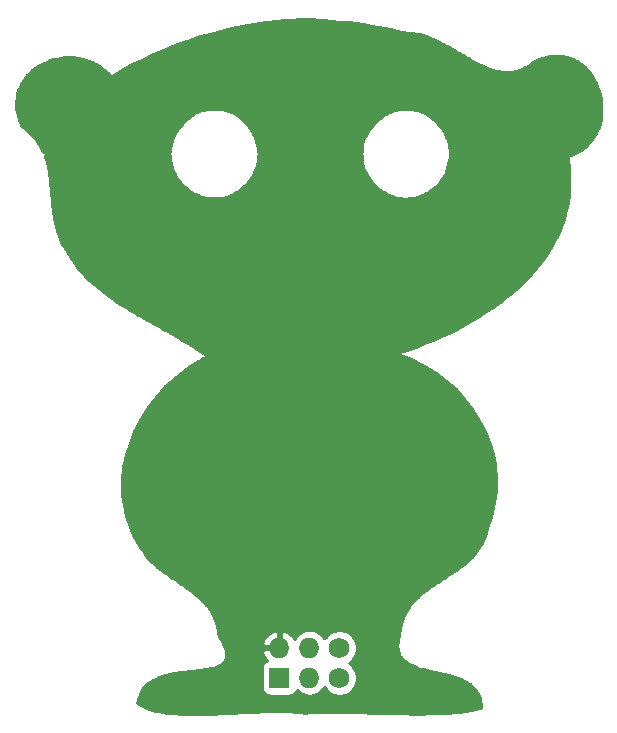
<source format=gbr>
G04 #@! TF.GenerationSoftware,KiCad,Pcbnew,(5.1.2)-1*
G04 #@! TF.CreationDate,2019-07-21T19:57:09-05:00*
G04 #@! TF.ProjectId,reddit-snoo-meetup,72656464-6974-42d7-936e-6f6f2d6d6565,rev?*
G04 #@! TF.SameCoordinates,Original*
G04 #@! TF.FileFunction,Copper,L1,Top*
G04 #@! TF.FilePolarity,Positive*
%FSLAX46Y46*%
G04 Gerber Fmt 4.6, Leading zero omitted, Abs format (unit mm)*
G04 Created by KiCad (PCBNEW (5.1.2)-1) date 2019-07-21 19:57:09*
%MOMM*%
%LPD*%
G04 APERTURE LIST*
%ADD10C,1.727200*%
%ADD11O,1.727200X1.727200*%
%ADD12R,1.727200X1.727200*%
%ADD13C,0.600000*%
%ADD14C,0.254000*%
G04 APERTURE END LIST*
D10*
X4022400Y-28366400D03*
X4022400Y-30906400D03*
D11*
X1482400Y-28366400D03*
X1482400Y-30906400D03*
X-1057600Y-28366400D03*
D12*
X-1057600Y-30906400D03*
D13*
X3073400Y20332700D03*
X3035300Y14490700D03*
X1409700Y9067800D03*
X1409700Y-19659600D03*
D14*
G36*
X1271622Y24870374D02*
G01*
X1400454Y24867422D01*
X1535291Y24862455D01*
X1679103Y24855437D01*
X1834478Y24846352D01*
X2004808Y24835135D01*
X2192191Y24821809D01*
X2399559Y24806343D01*
X2612463Y24790047D01*
X3345082Y24729438D01*
X4053334Y24662455D01*
X4738023Y24588997D01*
X5400109Y24508939D01*
X6039800Y24422242D01*
X6658054Y24328775D01*
X7255299Y24228481D01*
X7832289Y24121252D01*
X8389594Y24007013D01*
X8928021Y23885639D01*
X9269084Y23802651D01*
X9360680Y23780133D01*
X9362693Y23779656D01*
X9435223Y23763073D01*
X9439058Y23762258D01*
X9497322Y23750817D01*
X9503455Y23749768D01*
X9552549Y23742604D01*
X9560338Y23741712D01*
X9605353Y23737960D01*
X9612576Y23737565D01*
X9658608Y23736359D01*
X9661665Y23736315D01*
X9666951Y23736304D01*
X9721279Y23735058D01*
X9792534Y23731593D01*
X9872624Y23726353D01*
X9952568Y23719861D01*
X9970649Y23718180D01*
X10240292Y23685189D01*
X10510521Y23637652D01*
X10784925Y23574724D01*
X11065450Y23495742D01*
X11354087Y23400014D01*
X11652836Y23286832D01*
X11963508Y23155550D01*
X12288377Y23005325D01*
X12465735Y22918396D01*
X12577351Y22862276D01*
X12686804Y22806346D01*
X12795998Y22749543D01*
X12907305Y22690559D01*
X13022530Y22628387D01*
X13144209Y22561626D01*
X13274143Y22489273D01*
X13414558Y22410091D01*
X13567610Y22322883D01*
X13735660Y22226334D01*
X13920246Y22119600D01*
X14123631Y22001425D01*
X14207151Y21952770D01*
X14207309Y21952678D01*
X14457284Y21807534D01*
X14457733Y21807274D01*
X14688021Y21674817D01*
X14688591Y21674492D01*
X14900954Y21553802D01*
X14901666Y21553400D01*
X15097865Y21443560D01*
X15098737Y21443076D01*
X15280534Y21343166D01*
X15281586Y21342595D01*
X15450743Y21251697D01*
X15451987Y21251037D01*
X15610266Y21168233D01*
X15611705Y21167492D01*
X15760868Y21091862D01*
X15762492Y21091053D01*
X15904301Y21021680D01*
X15906078Y21020828D01*
X16042293Y20956792D01*
X16044176Y20955925D01*
X16176561Y20896308D01*
X16178479Y20895463D01*
X16308795Y20839346D01*
X16310669Y20838557D01*
X16440678Y20785023D01*
X16441776Y20784577D01*
X16471776Y20772550D01*
X16474205Y20771605D01*
X16748975Y20667943D01*
X16754123Y20666126D01*
X17014709Y20580416D01*
X17020797Y20578581D01*
X17270287Y20510151D01*
X17277233Y20508455D01*
X17518717Y20456633D01*
X17526317Y20455242D01*
X17762882Y20419357D01*
X17770816Y20418408D01*
X18005551Y20397788D01*
X18013070Y20397352D01*
X18227256Y20391289D01*
X18232125Y20391244D01*
X18374535Y20392674D01*
X18378484Y20392775D01*
X18502629Y20397886D01*
X18508132Y20398233D01*
X18620979Y20407799D01*
X18627406Y20408509D01*
X18735922Y20423302D01*
X18742123Y20424304D01*
X18853276Y20445099D01*
X18858188Y20446119D01*
X18978945Y20473688D01*
X18980871Y20474143D01*
X18985684Y20475321D01*
X18991380Y20476857D01*
X19244798Y20551514D01*
X19255366Y20555139D01*
X19507464Y20654225D01*
X19517106Y20658485D01*
X19765997Y20781031D01*
X19774831Y20785824D01*
X20018628Y20930865D01*
X20026758Y20936132D01*
X20263577Y21102700D01*
X20268880Y21106639D01*
X20359996Y21178086D01*
X20428661Y21231286D01*
X20493470Y21276384D01*
X20561003Y21317599D01*
X20636671Y21357895D01*
X20725542Y21399790D01*
X20832285Y21445550D01*
X20936671Y21487654D01*
X21242114Y21596871D01*
X21541773Y21681093D01*
X21836973Y21740984D01*
X22127616Y21776689D01*
X22413672Y21788337D01*
X22695123Y21776026D01*
X22971964Y21739817D01*
X23244299Y21679702D01*
X23512112Y21595638D01*
X23776808Y21486951D01*
X23887867Y21433373D01*
X24098321Y21318833D01*
X24293624Y21194691D01*
X24480366Y21056448D01*
X24664867Y20899379D01*
X24787921Y20783380D01*
X25011924Y20547139D01*
X25217835Y20294630D01*
X25406078Y20025833D01*
X25576201Y19741640D01*
X25727748Y19442945D01*
X25860239Y19130676D01*
X25973198Y18805765D01*
X26066158Y18469105D01*
X26138636Y18121660D01*
X26190030Y17765511D01*
X26196500Y17689779D01*
X26201453Y17591608D01*
X26204702Y17477554D01*
X26206219Y17353191D01*
X26206010Y17224351D01*
X26204103Y17096359D01*
X26200540Y16974862D01*
X26195381Y16865229D01*
X26188724Y16773108D01*
X26184173Y16729585D01*
X26132501Y16397385D01*
X26060835Y16080846D01*
X25968968Y15778522D01*
X25856793Y15489829D01*
X25724168Y15214183D01*
X25569899Y14949275D01*
X25533153Y14892694D01*
X25371358Y14668475D01*
X25189537Y14452497D01*
X24990365Y14247180D01*
X24777811Y14056547D01*
X24554705Y13883603D01*
X24466254Y13822264D01*
X24309152Y13722884D01*
X24137114Y13624640D01*
X23956860Y13530952D01*
X23776000Y13445678D01*
X23601668Y13372366D01*
X23491490Y13331455D01*
X23489817Y13330821D01*
X23451214Y13315865D01*
X23426544Y13303043D01*
X23407548Y13290352D01*
X23388302Y13274559D01*
X23372507Y13255315D01*
X23360769Y13233359D01*
X23356473Y13221303D01*
X23352106Y13206772D01*
X23347312Y13182342D01*
X23348641Y13148284D01*
X23350003Y13140517D01*
X23350444Y13138133D01*
X23355548Y13111973D01*
X23363059Y13065522D01*
X23372767Y13000453D01*
X23383872Y12922352D01*
X23395796Y12835471D01*
X23407989Y12743895D01*
X23419854Y12652060D01*
X23430798Y12564417D01*
X23440333Y12484546D01*
X23447805Y12417468D01*
X23450101Y12395090D01*
X23461986Y12273210D01*
X23471891Y12165519D01*
X23479954Y12068432D01*
X23486389Y11977574D01*
X23491376Y11888994D01*
X23495115Y11798233D01*
X23497787Y11701004D01*
X23499558Y11593071D01*
X23500590Y11470622D01*
X23501055Y11329451D01*
X23501135Y11214254D01*
X23500938Y11051852D01*
X23500229Y10911678D01*
X23498820Y10788990D01*
X23496545Y10680522D01*
X23493223Y10581971D01*
X23488686Y10489511D01*
X23482727Y10398672D01*
X23475163Y10305638D01*
X23465762Y10206039D01*
X23454327Y10095980D01*
X23444268Y10003970D01*
X23374758Y9490970D01*
X23280871Y8984225D01*
X23162503Y8482457D01*
X23019718Y7985736D01*
X22852596Y7494187D01*
X22661189Y7007882D01*
X22445579Y6526977D01*
X22205803Y6051534D01*
X21941950Y5581728D01*
X21654049Y5117634D01*
X21342196Y4659433D01*
X21006418Y4207208D01*
X20646801Y3761126D01*
X20263397Y3321313D01*
X19856308Y2887945D01*
X19425528Y2461090D01*
X18971213Y2040976D01*
X18493375Y1627688D01*
X17991997Y1221303D01*
X17583488Y908374D01*
X17035344Y511596D01*
X16464557Y123661D01*
X15872170Y-254926D01*
X15259484Y-623482D01*
X14627762Y-981350D01*
X13978325Y-1327849D01*
X13312289Y-1662400D01*
X12631099Y-1984265D01*
X11935968Y-2292821D01*
X11228089Y-2587449D01*
X10508841Y-2867457D01*
X9779095Y-3132344D01*
X9403609Y-3261290D01*
X9164863Y-3341712D01*
X9142162Y-3351934D01*
X9121891Y-3366388D01*
X9104830Y-3384519D01*
X9091634Y-3405630D01*
X9082810Y-3428910D01*
X9078697Y-3453465D01*
X9079453Y-3478349D01*
X9085050Y-3502609D01*
X9095272Y-3525310D01*
X9109726Y-3545581D01*
X9127857Y-3562642D01*
X9148968Y-3575838D01*
X9162936Y-3581756D01*
X9388064Y-3661637D01*
X9891951Y-3853477D01*
X10384052Y-4066841D01*
X10865020Y-4301558D01*
X11334229Y-4556979D01*
X11790913Y-4832378D01*
X12234448Y-5127108D01*
X12664176Y-5440507D01*
X13079348Y-5771842D01*
X13479329Y-6120469D01*
X13863418Y-6485681D01*
X14230968Y-6866831D01*
X14581253Y-7263179D01*
X14913618Y-7674066D01*
X15227414Y-8098840D01*
X15521906Y-8536737D01*
X15796481Y-8987155D01*
X16050413Y-9449326D01*
X16283081Y-9922655D01*
X16493772Y-10406370D01*
X16682210Y-10900808D01*
X16734128Y-11050720D01*
X16874901Y-11498921D01*
X16994612Y-11949601D01*
X17094214Y-12406882D01*
X17174362Y-12874012D01*
X17235777Y-13354877D01*
X17262142Y-13630914D01*
X17266667Y-13700581D01*
X17270501Y-13792646D01*
X17273582Y-13903107D01*
X17275866Y-14027103D01*
X17277347Y-14160717D01*
X17278025Y-14300055D01*
X17277891Y-14440529D01*
X17276951Y-14578308D01*
X17275202Y-14709523D01*
X17272658Y-14829565D01*
X17269327Y-14934584D01*
X17265246Y-15020162D01*
X17262169Y-15063874D01*
X17212809Y-15537290D01*
X17145925Y-15994320D01*
X17060824Y-16438427D01*
X16956847Y-16872643D01*
X16833276Y-17300183D01*
X16689145Y-17724881D01*
X16614859Y-17922351D01*
X16614400Y-17923589D01*
X16586528Y-18000084D01*
X16585190Y-18003947D01*
X16558176Y-18086230D01*
X16557043Y-18089868D01*
X16533812Y-18168514D01*
X16532455Y-18173472D01*
X16515936Y-18239056D01*
X16514896Y-18243525D01*
X16514180Y-18246873D01*
X16432034Y-18581167D01*
X16328623Y-18902294D01*
X16203176Y-19213056D01*
X16055438Y-19513982D01*
X15885119Y-19805571D01*
X15691904Y-20088291D01*
X15475478Y-20362547D01*
X15235358Y-20628903D01*
X14997131Y-20863646D01*
X14887476Y-20964554D01*
X14777012Y-21062993D01*
X14665009Y-21159327D01*
X14549642Y-21254912D01*
X14429337Y-21350890D01*
X14302239Y-21448621D01*
X14166562Y-21549401D01*
X14020840Y-21654284D01*
X13863121Y-21764679D01*
X13691917Y-21881664D01*
X13505470Y-22006509D01*
X13302187Y-22140371D01*
X13080434Y-22284442D01*
X12838492Y-22439963D01*
X12796673Y-22466709D01*
X12796512Y-22466813D01*
X12554774Y-22621934D01*
X12554303Y-22622237D01*
X12332843Y-22765729D01*
X12332239Y-22766123D01*
X12129409Y-22899186D01*
X12128651Y-22899688D01*
X11942807Y-23023519D01*
X11941877Y-23024144D01*
X11771370Y-23139941D01*
X11770253Y-23140709D01*
X11613438Y-23249671D01*
X11612128Y-23250593D01*
X11467358Y-23353917D01*
X11465861Y-23355002D01*
X11331490Y-23453888D01*
X11329831Y-23455130D01*
X11204213Y-23550774D01*
X11202432Y-23552155D01*
X11083920Y-23645756D01*
X11082080Y-23647237D01*
X10969027Y-23739993D01*
X10967199Y-23741522D01*
X10857960Y-23834632D01*
X10856224Y-23836139D01*
X10749152Y-23930800D01*
X10747580Y-23932213D01*
X10641028Y-24029623D01*
X10640115Y-24030466D01*
X10608332Y-24060098D01*
X10605232Y-24063088D01*
X10353489Y-24314279D01*
X10347728Y-24320422D01*
X10119545Y-24580500D01*
X10113941Y-24587355D01*
X9909399Y-24856173D01*
X9904075Y-24863726D01*
X9723253Y-25141134D01*
X9718335Y-25149339D01*
X9561311Y-25435191D01*
X9556923Y-25443965D01*
X9423776Y-25738113D01*
X9420028Y-25747340D01*
X9310839Y-26049635D01*
X9307814Y-26059169D01*
X9222660Y-26369464D01*
X9220407Y-26379145D01*
X9159369Y-26697292D01*
X9158335Y-26703514D01*
X9145334Y-26795848D01*
X9145221Y-26796668D01*
X9132648Y-26890384D01*
X9121132Y-26967096D01*
X9109224Y-27034516D01*
X9095352Y-27100836D01*
X9077862Y-27174097D01*
X9055109Y-27262012D01*
X9040880Y-27315228D01*
X9040235Y-27317744D01*
X8997793Y-27490568D01*
X8996325Y-27497334D01*
X8965906Y-27658726D01*
X8964681Y-27666564D01*
X8944766Y-27826578D01*
X8944060Y-27834052D01*
X8933130Y-28002746D01*
X8932944Y-28006459D01*
X8931858Y-28037102D01*
X8931793Y-28039674D01*
X8929755Y-28174015D01*
X8929797Y-28179744D01*
X8933270Y-28295682D01*
X8933744Y-28303480D01*
X8943288Y-28407527D01*
X8944431Y-28416475D01*
X8960609Y-28515141D01*
X8962143Y-28522958D01*
X8981298Y-28606552D01*
X8983801Y-28615841D01*
X9033798Y-28776884D01*
X9038545Y-28789697D01*
X9104122Y-28941130D01*
X9110592Y-28954011D01*
X9192510Y-29096347D01*
X9200510Y-29108565D01*
X9299530Y-29242317D01*
X9308603Y-29253239D01*
X9425487Y-29378921D01*
X9435033Y-29388164D01*
X9570541Y-29506291D01*
X9579980Y-29513762D01*
X9734874Y-29624847D01*
X9743762Y-29630674D01*
X9918803Y-29735230D01*
X9926870Y-29739661D01*
X10122819Y-29838203D01*
X10129951Y-29841517D01*
X10347570Y-29934559D01*
X10353761Y-29937016D01*
X10593810Y-30025070D01*
X10599113Y-30026883D01*
X10862354Y-30110464D01*
X10866857Y-30111803D01*
X11154051Y-30191425D01*
X11157234Y-30192263D01*
X11356988Y-30242107D01*
X11358694Y-30242520D01*
X11408551Y-30254231D01*
X11409126Y-30254365D01*
X11480549Y-30270792D01*
X11480848Y-30270860D01*
X11570595Y-30291273D01*
X11570790Y-30291317D01*
X11675617Y-30314987D01*
X11675765Y-30315021D01*
X11792429Y-30341217D01*
X11792553Y-30341244D01*
X11917812Y-30369238D01*
X11917930Y-30369265D01*
X12048540Y-30398325D01*
X12048656Y-30398351D01*
X12181374Y-30427749D01*
X12181446Y-30427764D01*
X12205025Y-30432973D01*
X12392343Y-30474462D01*
X12557584Y-30511376D01*
X12702854Y-30544238D01*
X12831620Y-30573876D01*
X12946206Y-30600859D01*
X13049404Y-30625862D01*
X13143846Y-30649520D01*
X13232381Y-30672523D01*
X13318083Y-30695623D01*
X13403428Y-30719419D01*
X13491127Y-30744571D01*
X13507429Y-30749310D01*
X13803891Y-30841528D01*
X14075487Y-30938312D01*
X14324920Y-31040653D01*
X14553967Y-31149236D01*
X14764528Y-31264794D01*
X14959370Y-31388634D01*
X15061849Y-31461670D01*
X15128148Y-31514634D01*
X15204811Y-31582235D01*
X15287075Y-31659922D01*
X15369593Y-31742454D01*
X15447291Y-31824712D01*
X15515035Y-31901393D01*
X15568438Y-31967871D01*
X15579627Y-31983257D01*
X15707837Y-32184325D01*
X15814150Y-32391620D01*
X15900493Y-32608951D01*
X15967654Y-32838671D01*
X16016385Y-33083803D01*
X16040423Y-33272943D01*
X16049304Y-33376128D01*
X16052963Y-33453531D01*
X16052694Y-33465554D01*
X16016075Y-33473877D01*
X15953211Y-33487881D01*
X15937571Y-33491326D01*
X15539669Y-33572473D01*
X15124712Y-33644799D01*
X14690710Y-33708604D01*
X14236533Y-33764009D01*
X13761042Y-33811136D01*
X13263151Y-33850101D01*
X12819967Y-33876975D01*
X12642454Y-33885981D01*
X12469832Y-33893839D01*
X12299791Y-33900581D01*
X12128842Y-33906288D01*
X11954157Y-33911017D01*
X11772309Y-33914842D01*
X11580408Y-33917820D01*
X11375286Y-33920016D01*
X11154147Y-33921492D01*
X10913797Y-33922310D01*
X10650758Y-33922536D01*
X10642662Y-33922534D01*
X10492300Y-33922460D01*
X10350850Y-33922292D01*
X10216553Y-33921997D01*
X10088152Y-33921546D01*
X9964042Y-33920907D01*
X9842259Y-33920047D01*
X9721325Y-33918933D01*
X9599722Y-33917538D01*
X9476187Y-33915830D01*
X9348258Y-33913769D01*
X9215182Y-33911337D01*
X9074874Y-33908490D01*
X8926168Y-33905207D01*
X8766917Y-33901445D01*
X8595744Y-33897176D01*
X8411281Y-33892375D01*
X8211762Y-33887005D01*
X7995468Y-33881031D01*
X7761032Y-33874428D01*
X7761032Y-33874429D01*
X7506809Y-33867164D01*
X7231097Y-33859202D01*
X6932432Y-33850515D01*
X6772805Y-33845856D01*
X6772802Y-33845856D01*
X6606945Y-33841019D01*
X6606933Y-33841019D01*
X6432641Y-33835953D01*
X6432630Y-33835952D01*
X6254223Y-33830782D01*
X6254213Y-33830782D01*
X6076010Y-33825631D01*
X6076000Y-33825631D01*
X5902323Y-33820625D01*
X5902312Y-33820624D01*
X5737480Y-33815887D01*
X5737467Y-33815887D01*
X5585800Y-33811544D01*
X5585784Y-33811544D01*
X5451603Y-33807719D01*
X5451581Y-33807718D01*
X5356647Y-33805028D01*
X5356125Y-33805014D01*
X5259894Y-33802683D01*
X5259206Y-33802668D01*
X5140461Y-33800436D01*
X5140007Y-33800429D01*
X5001633Y-33798323D01*
X5001302Y-33798318D01*
X4846182Y-33796361D01*
X4845918Y-33796358D01*
X4676938Y-33794577D01*
X4676716Y-33794575D01*
X4496762Y-33792994D01*
X4496560Y-33792992D01*
X4308515Y-33791638D01*
X4308325Y-33791637D01*
X4115076Y-33790535D01*
X4114888Y-33790534D01*
X3919319Y-33789709D01*
X3919124Y-33789708D01*
X3724120Y-33789185D01*
X3723911Y-33789185D01*
X3537082Y-33788991D01*
X3536904Y-33788991D01*
X3289343Y-33789080D01*
X3289170Y-33789080D01*
X3064604Y-33789467D01*
X3064368Y-33789468D01*
X2860393Y-33790199D01*
X2860080Y-33790200D01*
X2674292Y-33791324D01*
X2673890Y-33791327D01*
X2503884Y-33792893D01*
X2503389Y-33792899D01*
X2346763Y-33794953D01*
X2346168Y-33794962D01*
X2200516Y-33797554D01*
X2199833Y-33797568D01*
X2062751Y-33800745D01*
X2061999Y-33800765D01*
X1931085Y-33804576D01*
X1930296Y-33804601D01*
X1803144Y-33809093D01*
X1802360Y-33809123D01*
X1676568Y-33814345D01*
X1675836Y-33814378D01*
X1548997Y-33820377D01*
X1548353Y-33820409D01*
X1418066Y-33827234D01*
X1417575Y-33827261D01*
X1302940Y-33833711D01*
X1215170Y-33838251D01*
X1146222Y-33840217D01*
X1086659Y-33839557D01*
X1026076Y-33836081D01*
X954278Y-33829328D01*
X885846Y-33821629D01*
X885846Y-33821630D01*
X731458Y-33804201D01*
X730278Y-33804073D01*
X582298Y-33788767D01*
X580887Y-33788629D01*
X436590Y-33775330D01*
X435015Y-33775195D01*
X291631Y-33763779D01*
X289975Y-33763658D01*
X144730Y-33754002D01*
X143091Y-33753903D01*
X-6787Y-33745884D01*
X-8325Y-33745811D01*
X-165607Y-33739307D01*
X-166978Y-33739258D01*
X-334437Y-33734145D01*
X-335608Y-33734115D01*
X-516015Y-33730271D01*
X-516972Y-33730254D01*
X-713100Y-33727555D01*
X-713856Y-33727547D01*
X-928477Y-33725870D01*
X-929051Y-33725867D01*
X-1164937Y-33725090D01*
X-1165263Y-33725089D01*
X-1288958Y-33724999D01*
X-1289110Y-33724999D01*
X-1439529Y-33725070D01*
X-1439697Y-33725070D01*
X-1580960Y-33725324D01*
X-1581204Y-33725325D01*
X-1714990Y-33725822D01*
X-1715311Y-33725823D01*
X-1843301Y-33726622D01*
X-1843695Y-33726626D01*
X-1967566Y-33727784D01*
X-1968028Y-33727789D01*
X-2089462Y-33729366D01*
X-2089973Y-33729373D01*
X-2210647Y-33731426D01*
X-2211190Y-33731437D01*
X-2332786Y-33734026D01*
X-2333336Y-33734039D01*
X-2457531Y-33737221D01*
X-2458067Y-33737236D01*
X-2586543Y-33741071D01*
X-2587046Y-33741087D01*
X-2721480Y-33745633D01*
X-2721937Y-33745649D01*
X-2864010Y-33750965D01*
X-2864410Y-33750980D01*
X-3015800Y-33757123D01*
X-3016144Y-33757138D01*
X-3178532Y-33764168D01*
X-3178818Y-33764181D01*
X-3353883Y-33772156D01*
X-3354117Y-33772166D01*
X-3543538Y-33781144D01*
X-3543724Y-33781153D01*
X-3749181Y-33791194D01*
X-3749325Y-33791202D01*
X-3972497Y-33802363D01*
X-3972607Y-33802368D01*
X-4215174Y-33814709D01*
X-4215253Y-33814713D01*
X-4478893Y-33828291D01*
X-4478948Y-33828294D01*
X-4765342Y-33843169D01*
X-4765371Y-33843170D01*
X-4934216Y-33851978D01*
X-5229181Y-33867264D01*
X-5501026Y-33881095D01*
X-5751942Y-33893573D01*
X-5984753Y-33904832D01*
X-5984753Y-33904833D01*
X-6201013Y-33914943D01*
X-6403650Y-33924041D01*
X-6594880Y-33932231D01*
X-6776813Y-33939614D01*
X-6952042Y-33946305D01*
X-6976543Y-33947207D01*
X-7088308Y-33950770D01*
X-7218387Y-33954012D01*
X-7364019Y-33956924D01*
X-7521240Y-33959470D01*
X-7687546Y-33961643D01*
X-7859132Y-33963415D01*
X-8033002Y-33964769D01*
X-8205506Y-33965683D01*
X-8374135Y-33966141D01*
X-8534671Y-33966120D01*
X-8684269Y-33965604D01*
X-8819535Y-33964573D01*
X-8937326Y-33963012D01*
X-9034116Y-33960908D01*
X-9069269Y-33959803D01*
X-9489799Y-33940770D01*
X-9886508Y-33914336D01*
X-10260731Y-33880351D01*
X-10613645Y-33838669D01*
X-10946353Y-33789162D01*
X-11259982Y-33731698D01*
X-11555577Y-33666174D01*
X-11834393Y-33592445D01*
X-12098929Y-33509966D01*
X-12105503Y-33507742D01*
X-12263256Y-33450335D01*
X-12426426Y-33383824D01*
X-12589975Y-33310633D01*
X-12747376Y-33233816D01*
X-12892220Y-33156449D01*
X-13019359Y-33080973D01*
X-13035816Y-33070447D01*
X-13099955Y-33028965D01*
X-13088110Y-32951802D01*
X-13067744Y-32849429D01*
X-13041964Y-32738637D01*
X-13012810Y-32628306D01*
X-12982095Y-32526193D01*
X-12980420Y-32521059D01*
X-12893866Y-32293052D01*
X-12790025Y-32081757D01*
X-12667646Y-31884118D01*
X-12526305Y-31699561D01*
X-12365459Y-31527567D01*
X-12184495Y-31367715D01*
X-11982811Y-31219723D01*
X-11759864Y-31083430D01*
X-11515136Y-30958714D01*
X-11248203Y-30845512D01*
X-10958756Y-30743790D01*
X-10645337Y-30653147D01*
X-10573877Y-30634894D01*
X-10443313Y-30603227D01*
X-10313587Y-30573748D01*
X-10182315Y-30546072D01*
X-10047006Y-30519803D01*
X-9905383Y-30494592D01*
X-9754953Y-30470058D01*
X-9593613Y-30445886D01*
X-9418795Y-30421691D01*
X-9228570Y-30397177D01*
X-9020212Y-30371941D01*
X-8791925Y-30345697D01*
X-8541015Y-30318048D01*
X-8444612Y-30307674D01*
X-8444541Y-30307666D01*
X-8222311Y-30283625D01*
X-8221944Y-30283585D01*
X-8022793Y-30261455D01*
X-8022294Y-30261399D01*
X-7843999Y-30240872D01*
X-7843339Y-30240794D01*
X-7683675Y-30221565D01*
X-7682824Y-30221459D01*
X-7539569Y-30203224D01*
X-7538495Y-30203083D01*
X-7409423Y-30185534D01*
X-7408112Y-30185349D01*
X-7291001Y-30168181D01*
X-7289457Y-30167945D01*
X-7182082Y-30150853D01*
X-7180342Y-30150563D01*
X-7080480Y-30133241D01*
X-7078622Y-30132905D01*
X-6984048Y-30115048D01*
X-6982186Y-30114682D01*
X-6890678Y-30095984D01*
X-6889519Y-30095741D01*
X-6862196Y-30089892D01*
X-6858950Y-30089153D01*
X-6667123Y-30042800D01*
X-2559272Y-30042800D01*
X-2559272Y-31770000D01*
X-2547012Y-31894482D01*
X-2510702Y-32014180D01*
X-2451737Y-32124494D01*
X-2372385Y-32221185D01*
X-2275694Y-32300537D01*
X-2165380Y-32359502D01*
X-2045682Y-32395812D01*
X-1921200Y-32408072D01*
X-194000Y-32408072D01*
X-69518Y-32395812D01*
X50180Y-32359502D01*
X160494Y-32300537D01*
X257185Y-32221185D01*
X336537Y-32124494D01*
X395502Y-32014180D01*
X410986Y-31963135D01*
X417603Y-31971197D01*
X645794Y-32158469D01*
X906136Y-32297625D01*
X1188623Y-32383316D01*
X1408781Y-32405000D01*
X1556019Y-32405000D01*
X1776177Y-32383316D01*
X2058664Y-32297625D01*
X2319006Y-32158469D01*
X2547197Y-31971197D01*
X2734469Y-31743006D01*
X2754283Y-31705937D01*
X2858361Y-31861702D01*
X3067098Y-32070439D01*
X3312547Y-32234442D01*
X3585275Y-32347410D01*
X3874801Y-32405000D01*
X4169999Y-32405000D01*
X4459525Y-32347410D01*
X4732253Y-32234442D01*
X4977702Y-32070439D01*
X5186439Y-31861702D01*
X5350442Y-31616253D01*
X5463410Y-31343525D01*
X5521000Y-31053999D01*
X5521000Y-30758801D01*
X5463410Y-30469275D01*
X5350442Y-30196547D01*
X5186439Y-29951098D01*
X4977702Y-29742361D01*
X4819119Y-29636400D01*
X4977702Y-29530439D01*
X5186439Y-29321702D01*
X5350442Y-29076253D01*
X5463410Y-28803525D01*
X5521000Y-28513999D01*
X5521000Y-28218801D01*
X5463410Y-27929275D01*
X5350442Y-27656547D01*
X5186439Y-27411098D01*
X4977702Y-27202361D01*
X4732253Y-27038358D01*
X4459525Y-26925390D01*
X4169999Y-26867800D01*
X3874801Y-26867800D01*
X3585275Y-26925390D01*
X3312547Y-27038358D01*
X3067098Y-27202361D01*
X2858361Y-27411098D01*
X2754283Y-27566863D01*
X2734469Y-27529794D01*
X2547197Y-27301603D01*
X2319006Y-27114331D01*
X2058664Y-26975175D01*
X1776177Y-26889484D01*
X1556019Y-26867800D01*
X1408781Y-26867800D01*
X1188623Y-26889484D01*
X906136Y-26975175D01*
X645794Y-27114331D01*
X417603Y-27301603D01*
X230331Y-27529794D01*
X206537Y-27574310D01*
X149217Y-27477912D01*
X-47307Y-27259546D01*
X-282656Y-27083716D01*
X-547786Y-26957178D01*
X-698574Y-26911442D01*
X-930600Y-27032583D01*
X-930600Y-28239400D01*
X-910600Y-28239400D01*
X-910600Y-28493400D01*
X-930600Y-28493400D01*
X-930600Y-28513400D01*
X-1184600Y-28513400D01*
X-1184600Y-28493400D01*
X-2392064Y-28493400D01*
X-2512563Y-28725427D01*
X-2414564Y-29002378D01*
X-2264417Y-29254888D01*
X-2102908Y-29434347D01*
X-2165380Y-29453298D01*
X-2275694Y-29512263D01*
X-2372385Y-29591615D01*
X-2451737Y-29688306D01*
X-2510702Y-29798620D01*
X-2547012Y-29918318D01*
X-2559272Y-30042800D01*
X-6667123Y-30042800D01*
X-6638758Y-30035946D01*
X-6631766Y-30034044D01*
X-6435494Y-29974583D01*
X-6426950Y-29971659D01*
X-6253774Y-29905429D01*
X-6243521Y-29900981D01*
X-6092616Y-29827468D01*
X-6080685Y-29820841D01*
X-5951227Y-29739528D01*
X-5938042Y-29730017D01*
X-5829209Y-29640390D01*
X-5815747Y-29627537D01*
X-5726714Y-29529081D01*
X-5714422Y-29513103D01*
X-5644365Y-29405302D01*
X-5634799Y-29387675D01*
X-5584403Y-29274277D01*
X-5579817Y-29262384D01*
X-5568212Y-29227104D01*
X-5565388Y-29217174D01*
X-5557246Y-29183388D01*
X-5554923Y-29171136D01*
X-5549643Y-29133188D01*
X-5548684Y-29123695D01*
X-5545666Y-29075932D01*
X-5545442Y-29070648D01*
X-5544085Y-29007413D01*
X-5544057Y-29005288D01*
X-5543767Y-28943900D01*
X-5543768Y-28942672D01*
X-5544165Y-28862380D01*
X-5544223Y-28859110D01*
X-5546131Y-28796982D01*
X-5546494Y-28790519D01*
X-5550684Y-28739330D01*
X-5551715Y-28730527D01*
X-5558962Y-28683051D01*
X-5560402Y-28675258D01*
X-5571477Y-28624270D01*
X-5572412Y-28620277D01*
X-5583588Y-28575800D01*
X-5585324Y-28569567D01*
X-5640990Y-28387770D01*
X-5644095Y-28378833D01*
X-5719878Y-28184399D01*
X-5722962Y-28177159D01*
X-5801574Y-28007373D01*
X-2512563Y-28007373D01*
X-2392064Y-28239400D01*
X-1184600Y-28239400D01*
X-1184600Y-27032583D01*
X-1416626Y-26911442D01*
X-1567414Y-26957178D01*
X-1832544Y-27083716D01*
X-2067893Y-27259546D01*
X-2264417Y-27477912D01*
X-2414564Y-27730422D01*
X-2512563Y-28007373D01*
X-5801574Y-28007373D01*
X-5818035Y-27971821D01*
X-5821034Y-27965771D01*
X-5934570Y-27751260D01*
X-5937484Y-27746054D01*
X-6068657Y-27524105D01*
X-6070679Y-27520799D01*
X-6130341Y-27426538D01*
X-6130932Y-27425613D01*
X-6202031Y-27315402D01*
X-6218569Y-27186232D01*
X-6219074Y-27182686D01*
X-6273120Y-26838022D01*
X-6274538Y-26830479D01*
X-6346819Y-26501040D01*
X-6348864Y-26492985D01*
X-6440054Y-26177565D01*
X-6442798Y-26169179D01*
X-6553573Y-25866575D01*
X-6557032Y-25858088D01*
X-6688067Y-25567093D01*
X-6692195Y-25558755D01*
X-6844166Y-25278164D01*
X-6848851Y-25270217D01*
X-7022433Y-24998827D01*
X-7027510Y-24991473D01*
X-7223379Y-24728077D01*
X-7228657Y-24721453D01*
X-7447488Y-24464847D01*
X-7452776Y-24459022D01*
X-7695244Y-24208001D01*
X-7700376Y-24202980D01*
X-7967158Y-23956339D01*
X-7970582Y-23953287D01*
X-8083311Y-23856380D01*
X-8084936Y-23855006D01*
X-8177378Y-23778195D01*
X-8178814Y-23777020D01*
X-8273932Y-23700306D01*
X-8275411Y-23699130D01*
X-8375004Y-23621224D01*
X-8376453Y-23620108D01*
X-8482321Y-23539723D01*
X-8483670Y-23538713D01*
X-8597609Y-23454560D01*
X-8598817Y-23453679D01*
X-8722627Y-23364469D01*
X-8723670Y-23363724D01*
X-8859148Y-23268169D01*
X-8860024Y-23267557D01*
X-9008969Y-23164369D01*
X-9009684Y-23163877D01*
X-9173894Y-23051767D01*
X-9174465Y-23051380D01*
X-9355738Y-22929059D01*
X-9356185Y-22928759D01*
X-9556320Y-22794940D01*
X-9556585Y-22794763D01*
X-9664224Y-22723182D01*
X-9908072Y-22560654D01*
X-10131735Y-22410176D01*
X-10336619Y-22270656D01*
X-10524486Y-22140754D01*
X-10696958Y-22019233D01*
X-10855584Y-21904906D01*
X-11001942Y-21796568D01*
X-11137590Y-21693034D01*
X-11264292Y-21592964D01*
X-11383664Y-21495125D01*
X-11497268Y-21398329D01*
X-11606972Y-21301119D01*
X-11714290Y-21202336D01*
X-11820915Y-21100659D01*
X-11928790Y-20994505D01*
X-11976956Y-20946159D01*
X-12081393Y-20839691D01*
X-12170241Y-20746460D01*
X-12247455Y-20661914D01*
X-12317009Y-20581484D01*
X-12383129Y-20500266D01*
X-12449981Y-20413330D01*
X-12521593Y-20315843D01*
X-12553523Y-20271327D01*
X-12838029Y-19851783D01*
X-13098347Y-19425121D01*
X-13335126Y-18990549D01*
X-13548250Y-18548401D01*
X-13737613Y-18098985D01*
X-13903116Y-17642578D01*
X-14044641Y-17179495D01*
X-14162063Y-16710053D01*
X-14255330Y-16234222D01*
X-14312943Y-15845266D01*
X-14329964Y-15706906D01*
X-14344091Y-15580920D01*
X-14355498Y-15463542D01*
X-14364457Y-15350217D01*
X-14371273Y-15235943D01*
X-14376213Y-15115876D01*
X-14379524Y-14985363D01*
X-14381453Y-14839597D01*
X-14382249Y-14673792D01*
X-14382305Y-14617881D01*
X-14382079Y-14459573D01*
X-14381171Y-14322911D01*
X-14379362Y-14202833D01*
X-14376454Y-14095389D01*
X-14372227Y-13995639D01*
X-14366461Y-13898947D01*
X-14358929Y-13800709D01*
X-14349360Y-13696027D01*
X-14337516Y-13580415D01*
X-14325577Y-13471087D01*
X-14257860Y-12974074D01*
X-14165722Y-12477560D01*
X-14049398Y-11981298D01*
X-13909331Y-11486482D01*
X-13745965Y-10994305D01*
X-13559736Y-10505917D01*
X-13351110Y-10022546D01*
X-13120514Y-9545312D01*
X-12868423Y-9075432D01*
X-12595287Y-8614079D01*
X-12301082Y-8161677D01*
X-12193352Y-8005915D01*
X-11847039Y-7534750D01*
X-11482734Y-7081073D01*
X-11100431Y-6644685D01*
X-10700529Y-6225960D01*
X-10283514Y-5825377D01*
X-9849867Y-5443400D01*
X-9400004Y-5080436D01*
X-8933960Y-4736622D01*
X-8635391Y-4532186D01*
X-8415681Y-4389539D01*
X-8186268Y-4247073D01*
X-7953817Y-4108734D01*
X-7724804Y-3978340D01*
X-7505379Y-3859512D01*
X-7412362Y-3811269D01*
X-7411754Y-3810951D01*
X-7363159Y-3785413D01*
X-7360137Y-3783773D01*
X-7321333Y-3762020D01*
X-7315946Y-3758823D01*
X-7291679Y-3743600D01*
X-7272520Y-3728866D01*
X-7266711Y-3723445D01*
X-7250262Y-3704757D01*
X-7237774Y-3683218D01*
X-7229729Y-3659658D01*
X-7226435Y-3634980D01*
X-7228018Y-3610134D01*
X-7234418Y-3586075D01*
X-7245389Y-3563726D01*
X-7266576Y-3537872D01*
X-7276816Y-3528288D01*
X-7287651Y-3519223D01*
X-7316801Y-3497473D01*
X-7319395Y-3495588D01*
X-7365034Y-3463296D01*
X-7366245Y-3462449D01*
X-7425949Y-3421239D01*
X-7426692Y-3420730D01*
X-7498042Y-3372225D01*
X-7498578Y-3371863D01*
X-7579152Y-3317686D01*
X-7579591Y-3317392D01*
X-7666966Y-3259168D01*
X-7667361Y-3258906D01*
X-7759116Y-3198257D01*
X-7759506Y-3198000D01*
X-7853220Y-3136550D01*
X-7853635Y-3136279D01*
X-7946886Y-3075652D01*
X-7947360Y-3075346D01*
X-8037726Y-3017164D01*
X-8038185Y-3016869D01*
X-8091458Y-2982892D01*
X-8091888Y-2982619D01*
X-8230207Y-2895179D01*
X-8230705Y-2894866D01*
X-8368199Y-2808836D01*
X-8368741Y-2808499D01*
X-8506938Y-2722992D01*
X-8507505Y-2722643D01*
X-8647930Y-2636772D01*
X-8648504Y-2636423D01*
X-8792686Y-2549299D01*
X-8793250Y-2548960D01*
X-8942716Y-2459698D01*
X-8943254Y-2459379D01*
X-9099531Y-2367090D01*
X-9100030Y-2366797D01*
X-9264645Y-2270594D01*
X-9265098Y-2270330D01*
X-9439578Y-2169325D01*
X-9439981Y-2169093D01*
X-9625854Y-2062400D01*
X-9626205Y-2062199D01*
X-9824998Y-1948929D01*
X-9825298Y-1948759D01*
X-10038538Y-1828025D01*
X-10038792Y-1827881D01*
X-10268005Y-1698796D01*
X-10268215Y-1698678D01*
X-10514930Y-1560354D01*
X-10515103Y-1560257D01*
X-10780847Y-1411808D01*
X-10780986Y-1411731D01*
X-11067285Y-1252268D01*
X-11067352Y-1252231D01*
X-11120620Y-1222604D01*
X-11445264Y-1041828D01*
X-11748731Y-872285D01*
X-12032291Y-713220D01*
X-12297642Y-563634D01*
X-12545401Y-423140D01*
X-12778008Y-290318D01*
X-12995505Y-165112D01*
X-13200073Y-46243D01*
X-13392990Y67048D01*
X-13575273Y175371D01*
X-13748199Y279480D01*
X-13913421Y380359D01*
X-14072353Y478852D01*
X-14225814Y575432D01*
X-14375630Y671200D01*
X-14522855Y766772D01*
X-14669185Y863177D01*
X-14815616Y960988D01*
X-14963808Y1061220D01*
X-14983626Y1074712D01*
X-15464598Y1412457D01*
X-15920004Y1753023D01*
X-16350927Y2097346D01*
X-16757922Y2446001D01*
X-17141395Y2799435D01*
X-17501905Y3158234D01*
X-17839896Y3522876D01*
X-18155916Y3893946D01*
X-18450436Y4271960D01*
X-18723947Y4657452D01*
X-18976992Y5051047D01*
X-19210041Y5453281D01*
X-19423599Y5864763D01*
X-19618298Y6286409D01*
X-19749642Y6603201D01*
X-19819713Y6786302D01*
X-19878634Y6953687D01*
X-19928338Y7111356D01*
X-19971008Y7266125D01*
X-20008972Y7425702D01*
X-20010126Y7430948D01*
X-20046146Y7599434D01*
X-20079407Y7764721D01*
X-20110391Y7929927D01*
X-20139419Y8097428D01*
X-20166845Y8269766D01*
X-20193027Y8449574D01*
X-20218270Y8639102D01*
X-20242946Y8841113D01*
X-20267367Y9057938D01*
X-20291861Y9291967D01*
X-20316779Y9545865D01*
X-20342455Y9822084D01*
X-20352182Y9930092D01*
X-20352182Y9930094D01*
X-20376124Y10195874D01*
X-20376145Y10196100D01*
X-20398408Y10438403D01*
X-20398436Y10438709D01*
X-20419251Y10659386D01*
X-20419290Y10659791D01*
X-20438890Y10860696D01*
X-20438942Y10861218D01*
X-20457556Y11044200D01*
X-20457625Y11044859D01*
X-20475485Y11211771D01*
X-20475575Y11212586D01*
X-20492911Y11365279D01*
X-20493026Y11366264D01*
X-20510069Y11506589D01*
X-20510216Y11507751D01*
X-20527198Y11637561D01*
X-20527379Y11638888D01*
X-20544529Y11760034D01*
X-20544745Y11761503D01*
X-20562296Y11875836D01*
X-20562545Y11877393D01*
X-20580727Y11986765D01*
X-20580999Y11988340D01*
X-20600042Y12094603D01*
X-20600324Y12096120D01*
X-20620461Y12201124D01*
X-20620732Y12202497D01*
X-20642192Y12308095D01*
X-20642405Y12309123D01*
X-20659066Y12387772D01*
X-20659866Y12391300D01*
X-20750139Y12764649D01*
X-20751952Y12771341D01*
X-20858394Y13125650D01*
X-20860783Y13132820D01*
X-20931895Y13326812D01*
X-10356700Y13326812D01*
X-10356639Y13322282D01*
X-10356557Y13319136D01*
X-10351771Y13193947D01*
X-10351572Y13190187D01*
X-10343784Y13075599D01*
X-10343319Y13070365D01*
X-10332568Y12972344D01*
X-10331825Y12966731D01*
X-10326384Y12931640D01*
X-10325197Y12925112D01*
X-10259633Y12611480D01*
X-10257402Y12602466D01*
X-10171949Y12304411D01*
X-10168851Y12295008D01*
X-10063213Y12011945D01*
X-10059192Y12002381D01*
X-9933076Y11733726D01*
X-9928142Y11724271D01*
X-9781251Y11469438D01*
X-9775499Y11460367D01*
X-9607539Y11218771D01*
X-9601133Y11210331D01*
X-9411810Y10981387D01*
X-9406110Y10974951D01*
X-9266693Y10827874D01*
X-9260919Y10822160D01*
X-9046494Y10623140D01*
X-9039254Y10616910D01*
X-8808815Y10433241D01*
X-8801272Y10427672D01*
X-8553261Y10258332D01*
X-8545701Y10253552D01*
X-8278564Y10097518D01*
X-8271255Y10093563D01*
X-7983433Y9949814D01*
X-7978261Y9947375D01*
X-7827581Y9880417D01*
X-7823998Y9878890D01*
X-7690598Y9824445D01*
X-7685154Y9822368D01*
X-7565976Y9779994D01*
X-7558430Y9777573D01*
X-7446421Y9745461D01*
X-7437690Y9743290D01*
X-7325798Y9719634D01*
X-7317524Y9718168D01*
X-7198696Y9701159D01*
X-7192785Y9700454D01*
X-7086846Y9690328D01*
X-7081528Y9689932D01*
X-7023387Y9686830D01*
X-7019861Y9686691D01*
X-6940827Y9684674D01*
X-6938906Y9684640D01*
X-6843461Y9683649D01*
X-6842172Y9683642D01*
X-6734795Y9683617D01*
X-6733791Y9683621D01*
X-6618965Y9684502D01*
X-6618075Y9684512D01*
X-6500280Y9686241D01*
X-6499397Y9686257D01*
X-6383115Y9688773D01*
X-6382128Y9688798D01*
X-6271840Y9692042D01*
X-6270600Y9692084D01*
X-6170786Y9695996D01*
X-6169002Y9696079D01*
X-6084145Y9700601D01*
X-6081898Y9700741D01*
X-6040357Y9703694D01*
X-6036745Y9704002D01*
X-5908579Y9716798D01*
X-5902303Y9717583D01*
X-5785663Y9735130D01*
X-5777726Y9736583D01*
X-5667323Y9760445D01*
X-5658786Y9762603D01*
X-5549330Y9794340D01*
X-5541488Y9796893D01*
X-5427690Y9838067D01*
X-5421452Y9840511D01*
X-5298023Y9892684D01*
X-5293647Y9894632D01*
X-5155296Y9959366D01*
X-5153532Y9960208D01*
X-5132363Y9970513D01*
X-5129535Y9971934D01*
X-4909179Y10086081D01*
X-4903117Y10089434D01*
X-4702509Y10207649D01*
X-4695782Y10211902D01*
X-4509270Y10338188D01*
X-4502551Y10343065D01*
X-4324484Y10481426D01*
X-4318447Y10486423D01*
X-4143174Y10640859D01*
X-4139034Y10644674D01*
X-4025183Y10754327D01*
X-4023004Y10756476D01*
X-3915714Y10864913D01*
X-3913569Y10867135D01*
X-3821548Y10964779D01*
X-3818663Y10967946D01*
X-3737519Y11060086D01*
X-3734247Y11063954D01*
X-3659587Y11155878D01*
X-3656478Y11159865D01*
X-3583911Y11256860D01*
X-3581431Y11260293D01*
X-3506563Y11367648D01*
X-3505249Y11369569D01*
X-3468727Y11424039D01*
X-3465701Y11428776D01*
X-3311781Y11681879D01*
X-3306784Y11690902D01*
X-3174901Y11953683D01*
X-3170615Y11963174D01*
X-3060208Y12237108D01*
X-3056776Y12246723D01*
X-2967279Y12533286D01*
X-2964735Y12542681D01*
X-2895586Y12843347D01*
X-2894270Y12849839D01*
X-2869793Y12989177D01*
X-2868690Y12996813D01*
X-2861676Y13058547D01*
X-2861111Y13064970D01*
X-2855994Y13146923D01*
X-2855818Y13150578D01*
X-2852561Y13247644D01*
X-2852501Y13250202D01*
X-2851195Y13347700D01*
X5925341Y13347700D01*
X5925376Y13311484D01*
X5925377Y13311112D01*
X5925923Y13170875D01*
X5925928Y13170156D01*
X5927073Y13050237D01*
X5927090Y13049015D01*
X5929049Y12946872D01*
X5929101Y12944951D01*
X5932084Y12858042D01*
X5932214Y12855186D01*
X5936435Y12780971D01*
X5936725Y12776986D01*
X5942395Y12712924D01*
X5942958Y12707763D01*
X5950290Y12651313D01*
X5951223Y12645271D01*
X5960430Y12593890D01*
X5961702Y12587688D01*
X5972994Y12538837D01*
X5974377Y12533404D01*
X5987969Y12484542D01*
X5989127Y12480622D01*
X6005229Y12429206D01*
X6005875Y12427201D01*
X6019194Y12387021D01*
X6020560Y12383114D01*
X6047980Y12308615D01*
X6049641Y12304344D01*
X6087084Y12212932D01*
X6088237Y12210207D01*
X6133295Y12107119D01*
X6134241Y12105008D01*
X6184508Y11995483D01*
X6185407Y11993567D01*
X6238476Y11882841D01*
X6239459Y11880834D01*
X6292922Y11774146D01*
X6294166Y11771729D01*
X6345617Y11674317D01*
X6346468Y11672734D01*
X6349299Y11667553D01*
X6351376Y11663896D01*
X6505120Y11403416D01*
X6509942Y11395867D01*
X6674352Y11157476D01*
X6680266Y11149577D01*
X6857076Y10931590D01*
X6864012Y10923726D01*
X7054955Y10724455D01*
X7062688Y10717038D01*
X7269497Y10534795D01*
X7277671Y10528172D01*
X7502080Y10361272D01*
X7510274Y10355662D01*
X7754017Y10202416D01*
X7761185Y10198230D01*
X7978671Y10080574D01*
X7984088Y10077809D01*
X8216627Y9966053D01*
X8222071Y9963593D01*
X8439511Y9871415D01*
X8446194Y9868802D01*
X8649294Y9795940D01*
X8657491Y9793309D01*
X8847010Y9739499D01*
X8857009Y9737093D01*
X9033707Y9702074D01*
X9041644Y9700761D01*
X9101848Y9692750D01*
X9108283Y9692060D01*
X9166525Y9687313D01*
X9171070Y9687024D01*
X9249981Y9683434D01*
X9252507Y9683345D01*
X9347379Y9680919D01*
X9349119Y9680886D01*
X9455247Y9679627D01*
X9456658Y9679618D01*
X9569335Y9679534D01*
X9570642Y9679540D01*
X9685163Y9680633D01*
X9686541Y9680653D01*
X9798200Y9682931D01*
X9799836Y9682975D01*
X9903927Y9686441D01*
X9906050Y9686530D01*
X9992214Y9690843D01*
X9994941Y9691009D01*
X10141318Y9701497D01*
X10145220Y9701837D01*
X10275155Y9715185D01*
X10280771Y9715888D01*
X10399034Y9733391D01*
X10406080Y9734638D01*
X10517440Y9757593D01*
X10525124Y9759428D01*
X10634351Y9789129D01*
X10641630Y9791345D01*
X10753494Y9829090D01*
X10759524Y9831296D01*
X10878794Y9878380D01*
X10883222Y9880225D01*
X11014669Y9937945D01*
X11017564Y9939260D01*
X11165048Y10008476D01*
X11168586Y10010204D01*
X11387278Y10121238D01*
X11393144Y10124412D01*
X11591242Y10238449D01*
X11597862Y10242535D01*
X11780170Y10362916D01*
X11786983Y10367743D01*
X11958307Y10497808D01*
X11964679Y10502979D01*
X12129822Y10646070D01*
X12134615Y10650442D01*
X12255361Y10766375D01*
X12259670Y10770717D01*
X12425991Y10946565D01*
X12431514Y10952801D01*
X12577560Y11129050D01*
X12583198Y11136382D01*
X12713440Y11319158D01*
X12718507Y11326844D01*
X12837417Y11522276D01*
X12840921Y11528413D01*
X12919249Y11674923D01*
X12922619Y11681706D01*
X13051873Y11962565D01*
X13055545Y11971408D01*
X13165119Y12266174D01*
X13168023Y12274949D01*
X13256834Y12580229D01*
X13259068Y12589087D01*
X13326032Y12901490D01*
X13327134Y12907282D01*
X13341994Y12996674D01*
X13342835Y13002593D01*
X13354517Y13101428D01*
X13355110Y13107831D01*
X13363010Y13225545D01*
X13363230Y13229995D01*
X13367393Y13360357D01*
X13367457Y13363976D01*
X13367926Y13500756D01*
X13367893Y13504137D01*
X13364715Y13641105D01*
X13364579Y13644730D01*
X13357796Y13775654D01*
X13357486Y13780112D01*
X13347143Y13898762D01*
X13346535Y13904323D01*
X13335825Y13985610D01*
X13334470Y13993809D01*
X13272423Y14305577D01*
X13270073Y14315348D01*
X13184560Y14617725D01*
X13181404Y14627390D01*
X13072842Y14919635D01*
X13068894Y14929079D01*
X12937700Y15210448D01*
X12932993Y15219561D01*
X12779585Y15489314D01*
X12774175Y15497995D01*
X12598970Y15755387D01*
X12592926Y15763545D01*
X12396339Y16007834D01*
X12389746Y16015394D01*
X12172197Y16245839D01*
X12165629Y16252309D01*
X11960281Y16440401D01*
X11953165Y16446454D01*
X11752735Y16604590D01*
X11744981Y16610245D01*
X11522705Y16759846D01*
X11515361Y16764433D01*
X11270172Y16906193D01*
X11265187Y16908929D01*
X11145682Y16971058D01*
X11143892Y16971970D01*
X11052149Y17017837D01*
X11050814Y17018495D01*
X10968505Y17058447D01*
X10965838Y17059703D01*
X10890503Y17094133D01*
X10886265Y17095978D01*
X10815445Y17125278D01*
X10809610Y17127525D01*
X10740844Y17152086D01*
X10733756Y17154386D01*
X10664587Y17174603D01*
X10656928Y17176585D01*
X10584894Y17192849D01*
X10577507Y17194288D01*
X10500150Y17206993D01*
X10493705Y17207883D01*
X10408565Y17217420D01*
X10403408Y17217891D01*
X10308026Y17224653D01*
X10304187Y17224867D01*
X10196103Y17229247D01*
X10193423Y17229327D01*
X10070178Y17231717D01*
X10068431Y17231739D01*
X9927565Y17232532D01*
X9926526Y17232534D01*
X9765581Y17232123D01*
X9765059Y17232120D01*
X9581574Y17230897D01*
X9581436Y17230896D01*
X9549416Y17230648D01*
X9549362Y17230648D01*
X9397536Y17229407D01*
X9397375Y17229405D01*
X9268605Y17228189D01*
X9268297Y17228186D01*
X9160237Y17226904D01*
X9159705Y17226897D01*
X9070012Y17225457D01*
X9069140Y17225440D01*
X8995470Y17223751D01*
X8994086Y17223711D01*
X8934092Y17221681D01*
X8931970Y17221592D01*
X8883310Y17219130D01*
X8880201Y17218934D01*
X8840530Y17215950D01*
X8836298Y17215561D01*
X8803271Y17211962D01*
X8798208Y17211307D01*
X8769480Y17207002D01*
X8764525Y17206159D01*
X8737754Y17201057D01*
X8734541Y17200401D01*
X8715583Y17196278D01*
X8708435Y17194505D01*
X8591407Y17161847D01*
X8582088Y17158855D01*
X8448810Y17110321D01*
X8442038Y17107632D01*
X8295112Y17044365D01*
X8289780Y17041922D01*
X8131810Y16965068D01*
X8127322Y16962773D01*
X7960909Y16873477D01*
X7958258Y16872014D01*
X7905500Y16842063D01*
X7900403Y16839009D01*
X7661597Y16688250D01*
X7653461Y16682660D01*
X7420658Y16509013D01*
X7413456Y16503222D01*
X7189096Y16308949D01*
X7182604Y16302919D01*
X6969128Y16090280D01*
X6963178Y16083932D01*
X6763025Y15855190D01*
X6757605Y15848558D01*
X6580504Y15616261D01*
X6576261Y15610351D01*
X6497941Y15494407D01*
X6495292Y15490320D01*
X6414630Y15360437D01*
X6412611Y15357069D01*
X6332118Y15218044D01*
X6330404Y15214989D01*
X6252596Y15071623D01*
X6250994Y15068573D01*
X6178381Y14925662D01*
X6176731Y14922293D01*
X6111829Y14784636D01*
X6109968Y14780498D01*
X6055288Y14652895D01*
X6052992Y14647153D01*
X6011047Y14534400D01*
X6009500Y14529996D01*
X6006138Y14519830D01*
X6005669Y14518385D01*
X5990116Y14469398D01*
X5989145Y14466191D01*
X5975906Y14420331D01*
X5974588Y14415399D01*
X5963480Y14370172D01*
X5962154Y14364141D01*
X5952991Y14317058D01*
X5951947Y14310888D01*
X5944545Y14259455D01*
X5943880Y14253998D01*
X5938054Y14195723D01*
X5937696Y14191400D01*
X5933262Y14123793D01*
X5933095Y14120639D01*
X5929867Y14041206D01*
X5929797Y14039035D01*
X5927592Y13945285D01*
X5927567Y13943870D01*
X5926199Y13833310D01*
X5926191Y13832438D01*
X5925476Y13702578D01*
X5925474Y13702086D01*
X5925310Y13601700D01*
X-2854109Y13601700D01*
X-2857405Y13693702D01*
X-2857531Y13696400D01*
X-2863018Y13792427D01*
X-2863306Y13796381D01*
X-2870432Y13876880D01*
X-2870962Y13881780D01*
X-2875367Y13916249D01*
X-2876522Y13923582D01*
X-2935421Y14237337D01*
X-2937656Y14247099D01*
X-3020294Y14552279D01*
X-3023320Y14561919D01*
X-3129268Y14857644D01*
X-3133074Y14867063D01*
X-3261904Y15152453D01*
X-3266462Y15161556D01*
X-3417747Y15435728D01*
X-3423010Y15444425D01*
X-3596320Y15706501D01*
X-3602232Y15714710D01*
X-3797141Y15963808D01*
X-3802656Y15970385D01*
X-3953979Y16138949D01*
X-3960131Y16145340D01*
X-4165290Y16344029D01*
X-4172855Y16350790D01*
X-4400058Y16538106D01*
X-4407611Y16543873D01*
X-4655836Y16719076D01*
X-4663309Y16723966D01*
X-4931533Y16886316D01*
X-4937684Y16889808D01*
X-5128339Y16991156D01*
X-5132638Y16993338D01*
X-5260233Y17055072D01*
X-5265053Y17057281D01*
X-5385292Y17109380D01*
X-5391674Y17111943D01*
X-5508092Y17155062D01*
X-5515749Y17157624D01*
X-5631875Y17192420D01*
X-5640184Y17194606D01*
X-5759551Y17221733D01*
X-5767696Y17223306D01*
X-5893836Y17243421D01*
X-5901095Y17244365D01*
X-6037538Y17258122D01*
X-6043481Y17258581D01*
X-6193760Y17266636D01*
X-6198277Y17266798D01*
X-6365923Y17269808D01*
X-6369133Y17269825D01*
X-6557679Y17268444D01*
X-6559087Y17268425D01*
X-6599988Y17267672D01*
X-6600654Y17267658D01*
X-6787190Y17263244D01*
X-6788554Y17263205D01*
X-6952537Y17257562D01*
X-6954661Y17257471D01*
X-7098932Y17250086D01*
X-7102022Y17249890D01*
X-7229417Y17240251D01*
X-7233648Y17239860D01*
X-7347006Y17227457D01*
X-7352460Y17226740D01*
X-7454619Y17211060D01*
X-7461163Y17209879D01*
X-7554962Y17190409D01*
X-7562170Y17188692D01*
X-7650447Y17164923D01*
X-7657655Y17162752D01*
X-7743247Y17134169D01*
X-7749720Y17131810D01*
X-7835467Y17097904D01*
X-7840677Y17095708D01*
X-7929416Y17055965D01*
X-7933147Y17054222D01*
X-8027716Y17008131D01*
X-8029116Y17007438D01*
X-8032641Y17005666D01*
X-8035114Y17004388D01*
X-8253376Y16888607D01*
X-8258967Y16885458D01*
X-8457380Y16766994D01*
X-8463631Y16763010D01*
X-8647720Y16637977D01*
X-8654030Y16633402D01*
X-8829319Y16497918D01*
X-8835066Y16493201D01*
X-9007077Y16343380D01*
X-9010825Y16339982D01*
X-9102878Y16253119D01*
X-9107319Y16248717D01*
X-9334430Y16012221D01*
X-9340810Y16005053D01*
X-9545590Y15756723D01*
X-9551577Y15748858D01*
X-9733856Y15489014D01*
X-9739321Y15480525D01*
X-9898933Y15209486D01*
X-9903761Y15200477D01*
X-10040535Y14918562D01*
X-10044633Y14909168D01*
X-10158402Y14616699D01*
X-10161710Y14607071D01*
X-10252306Y14304365D01*
X-10254798Y14294661D01*
X-10322051Y13982039D01*
X-10323135Y13976374D01*
X-10332407Y13921195D01*
X-10333229Y13915524D01*
X-10344047Y13826815D01*
X-10344666Y13820382D01*
X-10352284Y13712445D01*
X-10352513Y13708172D01*
X-10356971Y13586974D01*
X-10357050Y13583627D01*
X-10357079Y13580812D01*
X-21033008Y13580812D01*
X-21127970Y13796237D01*
X-21131674Y13803929D01*
X-21290768Y14107718D01*
X-21295128Y14115384D01*
X-21473154Y14404531D01*
X-21478095Y14411958D01*
X-21675742Y14687563D01*
X-21681138Y14694560D01*
X-21899097Y14957722D01*
X-21904783Y14964133D01*
X-22143746Y15215952D01*
X-22149541Y15221679D01*
X-22410196Y15463253D01*
X-22415926Y15468253D01*
X-22698964Y15700683D01*
X-22702459Y15703453D01*
X-22777847Y15761051D01*
X-22778557Y15761589D01*
X-22833554Y15803000D01*
X-22873090Y15833896D01*
X-22898747Y15856544D01*
X-22915148Y15874623D01*
X-22929165Y15895135D01*
X-22945717Y15926599D01*
X-22966946Y15974749D01*
X-22994480Y16042690D01*
X-23021380Y16110412D01*
X-23130028Y16412851D01*
X-23215913Y16715066D01*
X-23279582Y17017354D01*
X-23320881Y17318039D01*
X-23339658Y17615391D01*
X-23335787Y17907683D01*
X-23309013Y18194874D01*
X-23292517Y18303319D01*
X-23231776Y18588912D01*
X-23148363Y18865738D01*
X-23042567Y19134599D01*
X-22914996Y19394731D01*
X-22766249Y19645354D01*
X-22596935Y19885649D01*
X-22407647Y20114812D01*
X-22198991Y20332005D01*
X-21971587Y20536378D01*
X-21726038Y20727092D01*
X-21462988Y20903275D01*
X-21182309Y21064501D01*
X-21008440Y21152277D01*
X-20742315Y21270965D01*
X-20474265Y21371994D01*
X-20199478Y21456866D01*
X-19913614Y21526786D01*
X-19611982Y21582953D01*
X-19353150Y21619043D01*
X-19296236Y21624057D01*
X-19216793Y21628195D01*
X-19120180Y21631279D01*
X-19011954Y21633237D01*
X-18897094Y21634052D01*
X-18780912Y21633719D01*
X-18668070Y21632243D01*
X-18563566Y21629638D01*
X-18472840Y21625946D01*
X-18400846Y21621242D01*
X-18373280Y21618507D01*
X-18052460Y21571693D01*
X-17749382Y21508835D01*
X-17460132Y21428997D01*
X-17181087Y21331213D01*
X-16907417Y21213902D01*
X-16807470Y21165568D01*
X-16566536Y21037312D01*
X-16343270Y20901093D01*
X-16131781Y20752929D01*
X-15926791Y20588999D01*
X-15722733Y20405021D01*
X-15606399Y20291122D01*
X-15382311Y20065724D01*
X-15363112Y20049874D01*
X-15341190Y20038073D01*
X-15317386Y20030777D01*
X-15292617Y20028265D01*
X-15267834Y20030633D01*
X-15243988Y20037790D01*
X-15226067Y20046870D01*
X-15026096Y20168964D01*
X-14270810Y20615285D01*
X-13503057Y21039636D01*
X-12722365Y21442343D01*
X-11928739Y21823430D01*
X-11122450Y22182784D01*
X-10303545Y22520400D01*
X-9472321Y22836160D01*
X-8628817Y23130053D01*
X-7773280Y23401990D01*
X-6905800Y23651931D01*
X-6026592Y23879801D01*
X-5135815Y24085541D01*
X-4233636Y24269089D01*
X-3319955Y24430432D01*
X-2628809Y24536593D01*
X-2268640Y24586114D01*
X-1890047Y24633842D01*
X-1500851Y24678921D01*
X-1108749Y24720520D01*
X-721096Y24757849D01*
X-345107Y24790128D01*
X-92350Y24809324D01*
X111392Y24823720D01*
X295749Y24836263D01*
X463339Y24846920D01*
X616713Y24855662D01*
X758914Y24862488D01*
X892601Y24867380D01*
X1020642Y24870331D01*
X1146069Y24871335D01*
X1271622Y24870374D01*
X1271622Y24870374D01*
G37*
X1271622Y24870374D02*
X1400454Y24867422D01*
X1535291Y24862455D01*
X1679103Y24855437D01*
X1834478Y24846352D01*
X2004808Y24835135D01*
X2192191Y24821809D01*
X2399559Y24806343D01*
X2612463Y24790047D01*
X3345082Y24729438D01*
X4053334Y24662455D01*
X4738023Y24588997D01*
X5400109Y24508939D01*
X6039800Y24422242D01*
X6658054Y24328775D01*
X7255299Y24228481D01*
X7832289Y24121252D01*
X8389594Y24007013D01*
X8928021Y23885639D01*
X9269084Y23802651D01*
X9360680Y23780133D01*
X9362693Y23779656D01*
X9435223Y23763073D01*
X9439058Y23762258D01*
X9497322Y23750817D01*
X9503455Y23749768D01*
X9552549Y23742604D01*
X9560338Y23741712D01*
X9605353Y23737960D01*
X9612576Y23737565D01*
X9658608Y23736359D01*
X9661665Y23736315D01*
X9666951Y23736304D01*
X9721279Y23735058D01*
X9792534Y23731593D01*
X9872624Y23726353D01*
X9952568Y23719861D01*
X9970649Y23718180D01*
X10240292Y23685189D01*
X10510521Y23637652D01*
X10784925Y23574724D01*
X11065450Y23495742D01*
X11354087Y23400014D01*
X11652836Y23286832D01*
X11963508Y23155550D01*
X12288377Y23005325D01*
X12465735Y22918396D01*
X12577351Y22862276D01*
X12686804Y22806346D01*
X12795998Y22749543D01*
X12907305Y22690559D01*
X13022530Y22628387D01*
X13144209Y22561626D01*
X13274143Y22489273D01*
X13414558Y22410091D01*
X13567610Y22322883D01*
X13735660Y22226334D01*
X13920246Y22119600D01*
X14123631Y22001425D01*
X14207151Y21952770D01*
X14207309Y21952678D01*
X14457284Y21807534D01*
X14457733Y21807274D01*
X14688021Y21674817D01*
X14688591Y21674492D01*
X14900954Y21553802D01*
X14901666Y21553400D01*
X15097865Y21443560D01*
X15098737Y21443076D01*
X15280534Y21343166D01*
X15281586Y21342595D01*
X15450743Y21251697D01*
X15451987Y21251037D01*
X15610266Y21168233D01*
X15611705Y21167492D01*
X15760868Y21091862D01*
X15762492Y21091053D01*
X15904301Y21021680D01*
X15906078Y21020828D01*
X16042293Y20956792D01*
X16044176Y20955925D01*
X16176561Y20896308D01*
X16178479Y20895463D01*
X16308795Y20839346D01*
X16310669Y20838557D01*
X16440678Y20785023D01*
X16441776Y20784577D01*
X16471776Y20772550D01*
X16474205Y20771605D01*
X16748975Y20667943D01*
X16754123Y20666126D01*
X17014709Y20580416D01*
X17020797Y20578581D01*
X17270287Y20510151D01*
X17277233Y20508455D01*
X17518717Y20456633D01*
X17526317Y20455242D01*
X17762882Y20419357D01*
X17770816Y20418408D01*
X18005551Y20397788D01*
X18013070Y20397352D01*
X18227256Y20391289D01*
X18232125Y20391244D01*
X18374535Y20392674D01*
X18378484Y20392775D01*
X18502629Y20397886D01*
X18508132Y20398233D01*
X18620979Y20407799D01*
X18627406Y20408509D01*
X18735922Y20423302D01*
X18742123Y20424304D01*
X18853276Y20445099D01*
X18858188Y20446119D01*
X18978945Y20473688D01*
X18980871Y20474143D01*
X18985684Y20475321D01*
X18991380Y20476857D01*
X19244798Y20551514D01*
X19255366Y20555139D01*
X19507464Y20654225D01*
X19517106Y20658485D01*
X19765997Y20781031D01*
X19774831Y20785824D01*
X20018628Y20930865D01*
X20026758Y20936132D01*
X20263577Y21102700D01*
X20268880Y21106639D01*
X20359996Y21178086D01*
X20428661Y21231286D01*
X20493470Y21276384D01*
X20561003Y21317599D01*
X20636671Y21357895D01*
X20725542Y21399790D01*
X20832285Y21445550D01*
X20936671Y21487654D01*
X21242114Y21596871D01*
X21541773Y21681093D01*
X21836973Y21740984D01*
X22127616Y21776689D01*
X22413672Y21788337D01*
X22695123Y21776026D01*
X22971964Y21739817D01*
X23244299Y21679702D01*
X23512112Y21595638D01*
X23776808Y21486951D01*
X23887867Y21433373D01*
X24098321Y21318833D01*
X24293624Y21194691D01*
X24480366Y21056448D01*
X24664867Y20899379D01*
X24787921Y20783380D01*
X25011924Y20547139D01*
X25217835Y20294630D01*
X25406078Y20025833D01*
X25576201Y19741640D01*
X25727748Y19442945D01*
X25860239Y19130676D01*
X25973198Y18805765D01*
X26066158Y18469105D01*
X26138636Y18121660D01*
X26190030Y17765511D01*
X26196500Y17689779D01*
X26201453Y17591608D01*
X26204702Y17477554D01*
X26206219Y17353191D01*
X26206010Y17224351D01*
X26204103Y17096359D01*
X26200540Y16974862D01*
X26195381Y16865229D01*
X26188724Y16773108D01*
X26184173Y16729585D01*
X26132501Y16397385D01*
X26060835Y16080846D01*
X25968968Y15778522D01*
X25856793Y15489829D01*
X25724168Y15214183D01*
X25569899Y14949275D01*
X25533153Y14892694D01*
X25371358Y14668475D01*
X25189537Y14452497D01*
X24990365Y14247180D01*
X24777811Y14056547D01*
X24554705Y13883603D01*
X24466254Y13822264D01*
X24309152Y13722884D01*
X24137114Y13624640D01*
X23956860Y13530952D01*
X23776000Y13445678D01*
X23601668Y13372366D01*
X23491490Y13331455D01*
X23489817Y13330821D01*
X23451214Y13315865D01*
X23426544Y13303043D01*
X23407548Y13290352D01*
X23388302Y13274559D01*
X23372507Y13255315D01*
X23360769Y13233359D01*
X23356473Y13221303D01*
X23352106Y13206772D01*
X23347312Y13182342D01*
X23348641Y13148284D01*
X23350003Y13140517D01*
X23350444Y13138133D01*
X23355548Y13111973D01*
X23363059Y13065522D01*
X23372767Y13000453D01*
X23383872Y12922352D01*
X23395796Y12835471D01*
X23407989Y12743895D01*
X23419854Y12652060D01*
X23430798Y12564417D01*
X23440333Y12484546D01*
X23447805Y12417468D01*
X23450101Y12395090D01*
X23461986Y12273210D01*
X23471891Y12165519D01*
X23479954Y12068432D01*
X23486389Y11977574D01*
X23491376Y11888994D01*
X23495115Y11798233D01*
X23497787Y11701004D01*
X23499558Y11593071D01*
X23500590Y11470622D01*
X23501055Y11329451D01*
X23501135Y11214254D01*
X23500938Y11051852D01*
X23500229Y10911678D01*
X23498820Y10788990D01*
X23496545Y10680522D01*
X23493223Y10581971D01*
X23488686Y10489511D01*
X23482727Y10398672D01*
X23475163Y10305638D01*
X23465762Y10206039D01*
X23454327Y10095980D01*
X23444268Y10003970D01*
X23374758Y9490970D01*
X23280871Y8984225D01*
X23162503Y8482457D01*
X23019718Y7985736D01*
X22852596Y7494187D01*
X22661189Y7007882D01*
X22445579Y6526977D01*
X22205803Y6051534D01*
X21941950Y5581728D01*
X21654049Y5117634D01*
X21342196Y4659433D01*
X21006418Y4207208D01*
X20646801Y3761126D01*
X20263397Y3321313D01*
X19856308Y2887945D01*
X19425528Y2461090D01*
X18971213Y2040976D01*
X18493375Y1627688D01*
X17991997Y1221303D01*
X17583488Y908374D01*
X17035344Y511596D01*
X16464557Y123661D01*
X15872170Y-254926D01*
X15259484Y-623482D01*
X14627762Y-981350D01*
X13978325Y-1327849D01*
X13312289Y-1662400D01*
X12631099Y-1984265D01*
X11935968Y-2292821D01*
X11228089Y-2587449D01*
X10508841Y-2867457D01*
X9779095Y-3132344D01*
X9403609Y-3261290D01*
X9164863Y-3341712D01*
X9142162Y-3351934D01*
X9121891Y-3366388D01*
X9104830Y-3384519D01*
X9091634Y-3405630D01*
X9082810Y-3428910D01*
X9078697Y-3453465D01*
X9079453Y-3478349D01*
X9085050Y-3502609D01*
X9095272Y-3525310D01*
X9109726Y-3545581D01*
X9127857Y-3562642D01*
X9148968Y-3575838D01*
X9162936Y-3581756D01*
X9388064Y-3661637D01*
X9891951Y-3853477D01*
X10384052Y-4066841D01*
X10865020Y-4301558D01*
X11334229Y-4556979D01*
X11790913Y-4832378D01*
X12234448Y-5127108D01*
X12664176Y-5440507D01*
X13079348Y-5771842D01*
X13479329Y-6120469D01*
X13863418Y-6485681D01*
X14230968Y-6866831D01*
X14581253Y-7263179D01*
X14913618Y-7674066D01*
X15227414Y-8098840D01*
X15521906Y-8536737D01*
X15796481Y-8987155D01*
X16050413Y-9449326D01*
X16283081Y-9922655D01*
X16493772Y-10406370D01*
X16682210Y-10900808D01*
X16734128Y-11050720D01*
X16874901Y-11498921D01*
X16994612Y-11949601D01*
X17094214Y-12406882D01*
X17174362Y-12874012D01*
X17235777Y-13354877D01*
X17262142Y-13630914D01*
X17266667Y-13700581D01*
X17270501Y-13792646D01*
X17273582Y-13903107D01*
X17275866Y-14027103D01*
X17277347Y-14160717D01*
X17278025Y-14300055D01*
X17277891Y-14440529D01*
X17276951Y-14578308D01*
X17275202Y-14709523D01*
X17272658Y-14829565D01*
X17269327Y-14934584D01*
X17265246Y-15020162D01*
X17262169Y-15063874D01*
X17212809Y-15537290D01*
X17145925Y-15994320D01*
X17060824Y-16438427D01*
X16956847Y-16872643D01*
X16833276Y-17300183D01*
X16689145Y-17724881D01*
X16614859Y-17922351D01*
X16614400Y-17923589D01*
X16586528Y-18000084D01*
X16585190Y-18003947D01*
X16558176Y-18086230D01*
X16557043Y-18089868D01*
X16533812Y-18168514D01*
X16532455Y-18173472D01*
X16515936Y-18239056D01*
X16514896Y-18243525D01*
X16514180Y-18246873D01*
X16432034Y-18581167D01*
X16328623Y-18902294D01*
X16203176Y-19213056D01*
X16055438Y-19513982D01*
X15885119Y-19805571D01*
X15691904Y-20088291D01*
X15475478Y-20362547D01*
X15235358Y-20628903D01*
X14997131Y-20863646D01*
X14887476Y-20964554D01*
X14777012Y-21062993D01*
X14665009Y-21159327D01*
X14549642Y-21254912D01*
X14429337Y-21350890D01*
X14302239Y-21448621D01*
X14166562Y-21549401D01*
X14020840Y-21654284D01*
X13863121Y-21764679D01*
X13691917Y-21881664D01*
X13505470Y-22006509D01*
X13302187Y-22140371D01*
X13080434Y-22284442D01*
X12838492Y-22439963D01*
X12796673Y-22466709D01*
X12796512Y-22466813D01*
X12554774Y-22621934D01*
X12554303Y-22622237D01*
X12332843Y-22765729D01*
X12332239Y-22766123D01*
X12129409Y-22899186D01*
X12128651Y-22899688D01*
X11942807Y-23023519D01*
X11941877Y-23024144D01*
X11771370Y-23139941D01*
X11770253Y-23140709D01*
X11613438Y-23249671D01*
X11612128Y-23250593D01*
X11467358Y-23353917D01*
X11465861Y-23355002D01*
X11331490Y-23453888D01*
X11329831Y-23455130D01*
X11204213Y-23550774D01*
X11202432Y-23552155D01*
X11083920Y-23645756D01*
X11082080Y-23647237D01*
X10969027Y-23739993D01*
X10967199Y-23741522D01*
X10857960Y-23834632D01*
X10856224Y-23836139D01*
X10749152Y-23930800D01*
X10747580Y-23932213D01*
X10641028Y-24029623D01*
X10640115Y-24030466D01*
X10608332Y-24060098D01*
X10605232Y-24063088D01*
X10353489Y-24314279D01*
X10347728Y-24320422D01*
X10119545Y-24580500D01*
X10113941Y-24587355D01*
X9909399Y-24856173D01*
X9904075Y-24863726D01*
X9723253Y-25141134D01*
X9718335Y-25149339D01*
X9561311Y-25435191D01*
X9556923Y-25443965D01*
X9423776Y-25738113D01*
X9420028Y-25747340D01*
X9310839Y-26049635D01*
X9307814Y-26059169D01*
X9222660Y-26369464D01*
X9220407Y-26379145D01*
X9159369Y-26697292D01*
X9158335Y-26703514D01*
X9145334Y-26795848D01*
X9145221Y-26796668D01*
X9132648Y-26890384D01*
X9121132Y-26967096D01*
X9109224Y-27034516D01*
X9095352Y-27100836D01*
X9077862Y-27174097D01*
X9055109Y-27262012D01*
X9040880Y-27315228D01*
X9040235Y-27317744D01*
X8997793Y-27490568D01*
X8996325Y-27497334D01*
X8965906Y-27658726D01*
X8964681Y-27666564D01*
X8944766Y-27826578D01*
X8944060Y-27834052D01*
X8933130Y-28002746D01*
X8932944Y-28006459D01*
X8931858Y-28037102D01*
X8931793Y-28039674D01*
X8929755Y-28174015D01*
X8929797Y-28179744D01*
X8933270Y-28295682D01*
X8933744Y-28303480D01*
X8943288Y-28407527D01*
X8944431Y-28416475D01*
X8960609Y-28515141D01*
X8962143Y-28522958D01*
X8981298Y-28606552D01*
X8983801Y-28615841D01*
X9033798Y-28776884D01*
X9038545Y-28789697D01*
X9104122Y-28941130D01*
X9110592Y-28954011D01*
X9192510Y-29096347D01*
X9200510Y-29108565D01*
X9299530Y-29242317D01*
X9308603Y-29253239D01*
X9425487Y-29378921D01*
X9435033Y-29388164D01*
X9570541Y-29506291D01*
X9579980Y-29513762D01*
X9734874Y-29624847D01*
X9743762Y-29630674D01*
X9918803Y-29735230D01*
X9926870Y-29739661D01*
X10122819Y-29838203D01*
X10129951Y-29841517D01*
X10347570Y-29934559D01*
X10353761Y-29937016D01*
X10593810Y-30025070D01*
X10599113Y-30026883D01*
X10862354Y-30110464D01*
X10866857Y-30111803D01*
X11154051Y-30191425D01*
X11157234Y-30192263D01*
X11356988Y-30242107D01*
X11358694Y-30242520D01*
X11408551Y-30254231D01*
X11409126Y-30254365D01*
X11480549Y-30270792D01*
X11480848Y-30270860D01*
X11570595Y-30291273D01*
X11570790Y-30291317D01*
X11675617Y-30314987D01*
X11675765Y-30315021D01*
X11792429Y-30341217D01*
X11792553Y-30341244D01*
X11917812Y-30369238D01*
X11917930Y-30369265D01*
X12048540Y-30398325D01*
X12048656Y-30398351D01*
X12181374Y-30427749D01*
X12181446Y-30427764D01*
X12205025Y-30432973D01*
X12392343Y-30474462D01*
X12557584Y-30511376D01*
X12702854Y-30544238D01*
X12831620Y-30573876D01*
X12946206Y-30600859D01*
X13049404Y-30625862D01*
X13143846Y-30649520D01*
X13232381Y-30672523D01*
X13318083Y-30695623D01*
X13403428Y-30719419D01*
X13491127Y-30744571D01*
X13507429Y-30749310D01*
X13803891Y-30841528D01*
X14075487Y-30938312D01*
X14324920Y-31040653D01*
X14553967Y-31149236D01*
X14764528Y-31264794D01*
X14959370Y-31388634D01*
X15061849Y-31461670D01*
X15128148Y-31514634D01*
X15204811Y-31582235D01*
X15287075Y-31659922D01*
X15369593Y-31742454D01*
X15447291Y-31824712D01*
X15515035Y-31901393D01*
X15568438Y-31967871D01*
X15579627Y-31983257D01*
X15707837Y-32184325D01*
X15814150Y-32391620D01*
X15900493Y-32608951D01*
X15967654Y-32838671D01*
X16016385Y-33083803D01*
X16040423Y-33272943D01*
X16049304Y-33376128D01*
X16052963Y-33453531D01*
X16052694Y-33465554D01*
X16016075Y-33473877D01*
X15953211Y-33487881D01*
X15937571Y-33491326D01*
X15539669Y-33572473D01*
X15124712Y-33644799D01*
X14690710Y-33708604D01*
X14236533Y-33764009D01*
X13761042Y-33811136D01*
X13263151Y-33850101D01*
X12819967Y-33876975D01*
X12642454Y-33885981D01*
X12469832Y-33893839D01*
X12299791Y-33900581D01*
X12128842Y-33906288D01*
X11954157Y-33911017D01*
X11772309Y-33914842D01*
X11580408Y-33917820D01*
X11375286Y-33920016D01*
X11154147Y-33921492D01*
X10913797Y-33922310D01*
X10650758Y-33922536D01*
X10642662Y-33922534D01*
X10492300Y-33922460D01*
X10350850Y-33922292D01*
X10216553Y-33921997D01*
X10088152Y-33921546D01*
X9964042Y-33920907D01*
X9842259Y-33920047D01*
X9721325Y-33918933D01*
X9599722Y-33917538D01*
X9476187Y-33915830D01*
X9348258Y-33913769D01*
X9215182Y-33911337D01*
X9074874Y-33908490D01*
X8926168Y-33905207D01*
X8766917Y-33901445D01*
X8595744Y-33897176D01*
X8411281Y-33892375D01*
X8211762Y-33887005D01*
X7995468Y-33881031D01*
X7761032Y-33874428D01*
X7761032Y-33874429D01*
X7506809Y-33867164D01*
X7231097Y-33859202D01*
X6932432Y-33850515D01*
X6772805Y-33845856D01*
X6772802Y-33845856D01*
X6606945Y-33841019D01*
X6606933Y-33841019D01*
X6432641Y-33835953D01*
X6432630Y-33835952D01*
X6254223Y-33830782D01*
X6254213Y-33830782D01*
X6076010Y-33825631D01*
X6076000Y-33825631D01*
X5902323Y-33820625D01*
X5902312Y-33820624D01*
X5737480Y-33815887D01*
X5737467Y-33815887D01*
X5585800Y-33811544D01*
X5585784Y-33811544D01*
X5451603Y-33807719D01*
X5451581Y-33807718D01*
X5356647Y-33805028D01*
X5356125Y-33805014D01*
X5259894Y-33802683D01*
X5259206Y-33802668D01*
X5140461Y-33800436D01*
X5140007Y-33800429D01*
X5001633Y-33798323D01*
X5001302Y-33798318D01*
X4846182Y-33796361D01*
X4845918Y-33796358D01*
X4676938Y-33794577D01*
X4676716Y-33794575D01*
X4496762Y-33792994D01*
X4496560Y-33792992D01*
X4308515Y-33791638D01*
X4308325Y-33791637D01*
X4115076Y-33790535D01*
X4114888Y-33790534D01*
X3919319Y-33789709D01*
X3919124Y-33789708D01*
X3724120Y-33789185D01*
X3723911Y-33789185D01*
X3537082Y-33788991D01*
X3536904Y-33788991D01*
X3289343Y-33789080D01*
X3289170Y-33789080D01*
X3064604Y-33789467D01*
X3064368Y-33789468D01*
X2860393Y-33790199D01*
X2860080Y-33790200D01*
X2674292Y-33791324D01*
X2673890Y-33791327D01*
X2503884Y-33792893D01*
X2503389Y-33792899D01*
X2346763Y-33794953D01*
X2346168Y-33794962D01*
X2200516Y-33797554D01*
X2199833Y-33797568D01*
X2062751Y-33800745D01*
X2061999Y-33800765D01*
X1931085Y-33804576D01*
X1930296Y-33804601D01*
X1803144Y-33809093D01*
X1802360Y-33809123D01*
X1676568Y-33814345D01*
X1675836Y-33814378D01*
X1548997Y-33820377D01*
X1548353Y-33820409D01*
X1418066Y-33827234D01*
X1417575Y-33827261D01*
X1302940Y-33833711D01*
X1215170Y-33838251D01*
X1146222Y-33840217D01*
X1086659Y-33839557D01*
X1026076Y-33836081D01*
X954278Y-33829328D01*
X885846Y-33821629D01*
X885846Y-33821630D01*
X731458Y-33804201D01*
X730278Y-33804073D01*
X582298Y-33788767D01*
X580887Y-33788629D01*
X436590Y-33775330D01*
X435015Y-33775195D01*
X291631Y-33763779D01*
X289975Y-33763658D01*
X144730Y-33754002D01*
X143091Y-33753903D01*
X-6787Y-33745884D01*
X-8325Y-33745811D01*
X-165607Y-33739307D01*
X-166978Y-33739258D01*
X-334437Y-33734145D01*
X-335608Y-33734115D01*
X-516015Y-33730271D01*
X-516972Y-33730254D01*
X-713100Y-33727555D01*
X-713856Y-33727547D01*
X-928477Y-33725870D01*
X-929051Y-33725867D01*
X-1164937Y-33725090D01*
X-1165263Y-33725089D01*
X-1288958Y-33724999D01*
X-1289110Y-33724999D01*
X-1439529Y-33725070D01*
X-1439697Y-33725070D01*
X-1580960Y-33725324D01*
X-1581204Y-33725325D01*
X-1714990Y-33725822D01*
X-1715311Y-33725823D01*
X-1843301Y-33726622D01*
X-1843695Y-33726626D01*
X-1967566Y-33727784D01*
X-1968028Y-33727789D01*
X-2089462Y-33729366D01*
X-2089973Y-33729373D01*
X-2210647Y-33731426D01*
X-2211190Y-33731437D01*
X-2332786Y-33734026D01*
X-2333336Y-33734039D01*
X-2457531Y-33737221D01*
X-2458067Y-33737236D01*
X-2586543Y-33741071D01*
X-2587046Y-33741087D01*
X-2721480Y-33745633D01*
X-2721937Y-33745649D01*
X-2864010Y-33750965D01*
X-2864410Y-33750980D01*
X-3015800Y-33757123D01*
X-3016144Y-33757138D01*
X-3178532Y-33764168D01*
X-3178818Y-33764181D01*
X-3353883Y-33772156D01*
X-3354117Y-33772166D01*
X-3543538Y-33781144D01*
X-3543724Y-33781153D01*
X-3749181Y-33791194D01*
X-3749325Y-33791202D01*
X-3972497Y-33802363D01*
X-3972607Y-33802368D01*
X-4215174Y-33814709D01*
X-4215253Y-33814713D01*
X-4478893Y-33828291D01*
X-4478948Y-33828294D01*
X-4765342Y-33843169D01*
X-4765371Y-33843170D01*
X-4934216Y-33851978D01*
X-5229181Y-33867264D01*
X-5501026Y-33881095D01*
X-5751942Y-33893573D01*
X-5984753Y-33904832D01*
X-5984753Y-33904833D01*
X-6201013Y-33914943D01*
X-6403650Y-33924041D01*
X-6594880Y-33932231D01*
X-6776813Y-33939614D01*
X-6952042Y-33946305D01*
X-6976543Y-33947207D01*
X-7088308Y-33950770D01*
X-7218387Y-33954012D01*
X-7364019Y-33956924D01*
X-7521240Y-33959470D01*
X-7687546Y-33961643D01*
X-7859132Y-33963415D01*
X-8033002Y-33964769D01*
X-8205506Y-33965683D01*
X-8374135Y-33966141D01*
X-8534671Y-33966120D01*
X-8684269Y-33965604D01*
X-8819535Y-33964573D01*
X-8937326Y-33963012D01*
X-9034116Y-33960908D01*
X-9069269Y-33959803D01*
X-9489799Y-33940770D01*
X-9886508Y-33914336D01*
X-10260731Y-33880351D01*
X-10613645Y-33838669D01*
X-10946353Y-33789162D01*
X-11259982Y-33731698D01*
X-11555577Y-33666174D01*
X-11834393Y-33592445D01*
X-12098929Y-33509966D01*
X-12105503Y-33507742D01*
X-12263256Y-33450335D01*
X-12426426Y-33383824D01*
X-12589975Y-33310633D01*
X-12747376Y-33233816D01*
X-12892220Y-33156449D01*
X-13019359Y-33080973D01*
X-13035816Y-33070447D01*
X-13099955Y-33028965D01*
X-13088110Y-32951802D01*
X-13067744Y-32849429D01*
X-13041964Y-32738637D01*
X-13012810Y-32628306D01*
X-12982095Y-32526193D01*
X-12980420Y-32521059D01*
X-12893866Y-32293052D01*
X-12790025Y-32081757D01*
X-12667646Y-31884118D01*
X-12526305Y-31699561D01*
X-12365459Y-31527567D01*
X-12184495Y-31367715D01*
X-11982811Y-31219723D01*
X-11759864Y-31083430D01*
X-11515136Y-30958714D01*
X-11248203Y-30845512D01*
X-10958756Y-30743790D01*
X-10645337Y-30653147D01*
X-10573877Y-30634894D01*
X-10443313Y-30603227D01*
X-10313587Y-30573748D01*
X-10182315Y-30546072D01*
X-10047006Y-30519803D01*
X-9905383Y-30494592D01*
X-9754953Y-30470058D01*
X-9593613Y-30445886D01*
X-9418795Y-30421691D01*
X-9228570Y-30397177D01*
X-9020212Y-30371941D01*
X-8791925Y-30345697D01*
X-8541015Y-30318048D01*
X-8444612Y-30307674D01*
X-8444541Y-30307666D01*
X-8222311Y-30283625D01*
X-8221944Y-30283585D01*
X-8022793Y-30261455D01*
X-8022294Y-30261399D01*
X-7843999Y-30240872D01*
X-7843339Y-30240794D01*
X-7683675Y-30221565D01*
X-7682824Y-30221459D01*
X-7539569Y-30203224D01*
X-7538495Y-30203083D01*
X-7409423Y-30185534D01*
X-7408112Y-30185349D01*
X-7291001Y-30168181D01*
X-7289457Y-30167945D01*
X-7182082Y-30150853D01*
X-7180342Y-30150563D01*
X-7080480Y-30133241D01*
X-7078622Y-30132905D01*
X-6984048Y-30115048D01*
X-6982186Y-30114682D01*
X-6890678Y-30095984D01*
X-6889519Y-30095741D01*
X-6862196Y-30089892D01*
X-6858950Y-30089153D01*
X-6667123Y-30042800D01*
X-2559272Y-30042800D01*
X-2559272Y-31770000D01*
X-2547012Y-31894482D01*
X-2510702Y-32014180D01*
X-2451737Y-32124494D01*
X-2372385Y-32221185D01*
X-2275694Y-32300537D01*
X-2165380Y-32359502D01*
X-2045682Y-32395812D01*
X-1921200Y-32408072D01*
X-194000Y-32408072D01*
X-69518Y-32395812D01*
X50180Y-32359502D01*
X160494Y-32300537D01*
X257185Y-32221185D01*
X336537Y-32124494D01*
X395502Y-32014180D01*
X410986Y-31963135D01*
X417603Y-31971197D01*
X645794Y-32158469D01*
X906136Y-32297625D01*
X1188623Y-32383316D01*
X1408781Y-32405000D01*
X1556019Y-32405000D01*
X1776177Y-32383316D01*
X2058664Y-32297625D01*
X2319006Y-32158469D01*
X2547197Y-31971197D01*
X2734469Y-31743006D01*
X2754283Y-31705937D01*
X2858361Y-31861702D01*
X3067098Y-32070439D01*
X3312547Y-32234442D01*
X3585275Y-32347410D01*
X3874801Y-32405000D01*
X4169999Y-32405000D01*
X4459525Y-32347410D01*
X4732253Y-32234442D01*
X4977702Y-32070439D01*
X5186439Y-31861702D01*
X5350442Y-31616253D01*
X5463410Y-31343525D01*
X5521000Y-31053999D01*
X5521000Y-30758801D01*
X5463410Y-30469275D01*
X5350442Y-30196547D01*
X5186439Y-29951098D01*
X4977702Y-29742361D01*
X4819119Y-29636400D01*
X4977702Y-29530439D01*
X5186439Y-29321702D01*
X5350442Y-29076253D01*
X5463410Y-28803525D01*
X5521000Y-28513999D01*
X5521000Y-28218801D01*
X5463410Y-27929275D01*
X5350442Y-27656547D01*
X5186439Y-27411098D01*
X4977702Y-27202361D01*
X4732253Y-27038358D01*
X4459525Y-26925390D01*
X4169999Y-26867800D01*
X3874801Y-26867800D01*
X3585275Y-26925390D01*
X3312547Y-27038358D01*
X3067098Y-27202361D01*
X2858361Y-27411098D01*
X2754283Y-27566863D01*
X2734469Y-27529794D01*
X2547197Y-27301603D01*
X2319006Y-27114331D01*
X2058664Y-26975175D01*
X1776177Y-26889484D01*
X1556019Y-26867800D01*
X1408781Y-26867800D01*
X1188623Y-26889484D01*
X906136Y-26975175D01*
X645794Y-27114331D01*
X417603Y-27301603D01*
X230331Y-27529794D01*
X206537Y-27574310D01*
X149217Y-27477912D01*
X-47307Y-27259546D01*
X-282656Y-27083716D01*
X-547786Y-26957178D01*
X-698574Y-26911442D01*
X-930600Y-27032583D01*
X-930600Y-28239400D01*
X-910600Y-28239400D01*
X-910600Y-28493400D01*
X-930600Y-28493400D01*
X-930600Y-28513400D01*
X-1184600Y-28513400D01*
X-1184600Y-28493400D01*
X-2392064Y-28493400D01*
X-2512563Y-28725427D01*
X-2414564Y-29002378D01*
X-2264417Y-29254888D01*
X-2102908Y-29434347D01*
X-2165380Y-29453298D01*
X-2275694Y-29512263D01*
X-2372385Y-29591615D01*
X-2451737Y-29688306D01*
X-2510702Y-29798620D01*
X-2547012Y-29918318D01*
X-2559272Y-30042800D01*
X-6667123Y-30042800D01*
X-6638758Y-30035946D01*
X-6631766Y-30034044D01*
X-6435494Y-29974583D01*
X-6426950Y-29971659D01*
X-6253774Y-29905429D01*
X-6243521Y-29900981D01*
X-6092616Y-29827468D01*
X-6080685Y-29820841D01*
X-5951227Y-29739528D01*
X-5938042Y-29730017D01*
X-5829209Y-29640390D01*
X-5815747Y-29627537D01*
X-5726714Y-29529081D01*
X-5714422Y-29513103D01*
X-5644365Y-29405302D01*
X-5634799Y-29387675D01*
X-5584403Y-29274277D01*
X-5579817Y-29262384D01*
X-5568212Y-29227104D01*
X-5565388Y-29217174D01*
X-5557246Y-29183388D01*
X-5554923Y-29171136D01*
X-5549643Y-29133188D01*
X-5548684Y-29123695D01*
X-5545666Y-29075932D01*
X-5545442Y-29070648D01*
X-5544085Y-29007413D01*
X-5544057Y-29005288D01*
X-5543767Y-28943900D01*
X-5543768Y-28942672D01*
X-5544165Y-28862380D01*
X-5544223Y-28859110D01*
X-5546131Y-28796982D01*
X-5546494Y-28790519D01*
X-5550684Y-28739330D01*
X-5551715Y-28730527D01*
X-5558962Y-28683051D01*
X-5560402Y-28675258D01*
X-5571477Y-28624270D01*
X-5572412Y-28620277D01*
X-5583588Y-28575800D01*
X-5585324Y-28569567D01*
X-5640990Y-28387770D01*
X-5644095Y-28378833D01*
X-5719878Y-28184399D01*
X-5722962Y-28177159D01*
X-5801574Y-28007373D01*
X-2512563Y-28007373D01*
X-2392064Y-28239400D01*
X-1184600Y-28239400D01*
X-1184600Y-27032583D01*
X-1416626Y-26911442D01*
X-1567414Y-26957178D01*
X-1832544Y-27083716D01*
X-2067893Y-27259546D01*
X-2264417Y-27477912D01*
X-2414564Y-27730422D01*
X-2512563Y-28007373D01*
X-5801574Y-28007373D01*
X-5818035Y-27971821D01*
X-5821034Y-27965771D01*
X-5934570Y-27751260D01*
X-5937484Y-27746054D01*
X-6068657Y-27524105D01*
X-6070679Y-27520799D01*
X-6130341Y-27426538D01*
X-6130932Y-27425613D01*
X-6202031Y-27315402D01*
X-6218569Y-27186232D01*
X-6219074Y-27182686D01*
X-6273120Y-26838022D01*
X-6274538Y-26830479D01*
X-6346819Y-26501040D01*
X-6348864Y-26492985D01*
X-6440054Y-26177565D01*
X-6442798Y-26169179D01*
X-6553573Y-25866575D01*
X-6557032Y-25858088D01*
X-6688067Y-25567093D01*
X-6692195Y-25558755D01*
X-6844166Y-25278164D01*
X-6848851Y-25270217D01*
X-7022433Y-24998827D01*
X-7027510Y-24991473D01*
X-7223379Y-24728077D01*
X-7228657Y-24721453D01*
X-7447488Y-24464847D01*
X-7452776Y-24459022D01*
X-7695244Y-24208001D01*
X-7700376Y-24202980D01*
X-7967158Y-23956339D01*
X-7970582Y-23953287D01*
X-8083311Y-23856380D01*
X-8084936Y-23855006D01*
X-8177378Y-23778195D01*
X-8178814Y-23777020D01*
X-8273932Y-23700306D01*
X-8275411Y-23699130D01*
X-8375004Y-23621224D01*
X-8376453Y-23620108D01*
X-8482321Y-23539723D01*
X-8483670Y-23538713D01*
X-8597609Y-23454560D01*
X-8598817Y-23453679D01*
X-8722627Y-23364469D01*
X-8723670Y-23363724D01*
X-8859148Y-23268169D01*
X-8860024Y-23267557D01*
X-9008969Y-23164369D01*
X-9009684Y-23163877D01*
X-9173894Y-23051767D01*
X-9174465Y-23051380D01*
X-9355738Y-22929059D01*
X-9356185Y-22928759D01*
X-9556320Y-22794940D01*
X-9556585Y-22794763D01*
X-9664224Y-22723182D01*
X-9908072Y-22560654D01*
X-10131735Y-22410176D01*
X-10336619Y-22270656D01*
X-10524486Y-22140754D01*
X-10696958Y-22019233D01*
X-10855584Y-21904906D01*
X-11001942Y-21796568D01*
X-11137590Y-21693034D01*
X-11264292Y-21592964D01*
X-11383664Y-21495125D01*
X-11497268Y-21398329D01*
X-11606972Y-21301119D01*
X-11714290Y-21202336D01*
X-11820915Y-21100659D01*
X-11928790Y-20994505D01*
X-11976956Y-20946159D01*
X-12081393Y-20839691D01*
X-12170241Y-20746460D01*
X-12247455Y-20661914D01*
X-12317009Y-20581484D01*
X-12383129Y-20500266D01*
X-12449981Y-20413330D01*
X-12521593Y-20315843D01*
X-12553523Y-20271327D01*
X-12838029Y-19851783D01*
X-13098347Y-19425121D01*
X-13335126Y-18990549D01*
X-13548250Y-18548401D01*
X-13737613Y-18098985D01*
X-13903116Y-17642578D01*
X-14044641Y-17179495D01*
X-14162063Y-16710053D01*
X-14255330Y-16234222D01*
X-14312943Y-15845266D01*
X-14329964Y-15706906D01*
X-14344091Y-15580920D01*
X-14355498Y-15463542D01*
X-14364457Y-15350217D01*
X-14371273Y-15235943D01*
X-14376213Y-15115876D01*
X-14379524Y-14985363D01*
X-14381453Y-14839597D01*
X-14382249Y-14673792D01*
X-14382305Y-14617881D01*
X-14382079Y-14459573D01*
X-14381171Y-14322911D01*
X-14379362Y-14202833D01*
X-14376454Y-14095389D01*
X-14372227Y-13995639D01*
X-14366461Y-13898947D01*
X-14358929Y-13800709D01*
X-14349360Y-13696027D01*
X-14337516Y-13580415D01*
X-14325577Y-13471087D01*
X-14257860Y-12974074D01*
X-14165722Y-12477560D01*
X-14049398Y-11981298D01*
X-13909331Y-11486482D01*
X-13745965Y-10994305D01*
X-13559736Y-10505917D01*
X-13351110Y-10022546D01*
X-13120514Y-9545312D01*
X-12868423Y-9075432D01*
X-12595287Y-8614079D01*
X-12301082Y-8161677D01*
X-12193352Y-8005915D01*
X-11847039Y-7534750D01*
X-11482734Y-7081073D01*
X-11100431Y-6644685D01*
X-10700529Y-6225960D01*
X-10283514Y-5825377D01*
X-9849867Y-5443400D01*
X-9400004Y-5080436D01*
X-8933960Y-4736622D01*
X-8635391Y-4532186D01*
X-8415681Y-4389539D01*
X-8186268Y-4247073D01*
X-7953817Y-4108734D01*
X-7724804Y-3978340D01*
X-7505379Y-3859512D01*
X-7412362Y-3811269D01*
X-7411754Y-3810951D01*
X-7363159Y-3785413D01*
X-7360137Y-3783773D01*
X-7321333Y-3762020D01*
X-7315946Y-3758823D01*
X-7291679Y-3743600D01*
X-7272520Y-3728866D01*
X-7266711Y-3723445D01*
X-7250262Y-3704757D01*
X-7237774Y-3683218D01*
X-7229729Y-3659658D01*
X-7226435Y-3634980D01*
X-7228018Y-3610134D01*
X-7234418Y-3586075D01*
X-7245389Y-3563726D01*
X-7266576Y-3537872D01*
X-7276816Y-3528288D01*
X-7287651Y-3519223D01*
X-7316801Y-3497473D01*
X-7319395Y-3495588D01*
X-7365034Y-3463296D01*
X-7366245Y-3462449D01*
X-7425949Y-3421239D01*
X-7426692Y-3420730D01*
X-7498042Y-3372225D01*
X-7498578Y-3371863D01*
X-7579152Y-3317686D01*
X-7579591Y-3317392D01*
X-7666966Y-3259168D01*
X-7667361Y-3258906D01*
X-7759116Y-3198257D01*
X-7759506Y-3198000D01*
X-7853220Y-3136550D01*
X-7853635Y-3136279D01*
X-7946886Y-3075652D01*
X-7947360Y-3075346D01*
X-8037726Y-3017164D01*
X-8038185Y-3016869D01*
X-8091458Y-2982892D01*
X-8091888Y-2982619D01*
X-8230207Y-2895179D01*
X-8230705Y-2894866D01*
X-8368199Y-2808836D01*
X-8368741Y-2808499D01*
X-8506938Y-2722992D01*
X-8507505Y-2722643D01*
X-8647930Y-2636772D01*
X-8648504Y-2636423D01*
X-8792686Y-2549299D01*
X-8793250Y-2548960D01*
X-8942716Y-2459698D01*
X-8943254Y-2459379D01*
X-9099531Y-2367090D01*
X-9100030Y-2366797D01*
X-9264645Y-2270594D01*
X-9265098Y-2270330D01*
X-9439578Y-2169325D01*
X-9439981Y-2169093D01*
X-9625854Y-2062400D01*
X-9626205Y-2062199D01*
X-9824998Y-1948929D01*
X-9825298Y-1948759D01*
X-10038538Y-1828025D01*
X-10038792Y-1827881D01*
X-10268005Y-1698796D01*
X-10268215Y-1698678D01*
X-10514930Y-1560354D01*
X-10515103Y-1560257D01*
X-10780847Y-1411808D01*
X-10780986Y-1411731D01*
X-11067285Y-1252268D01*
X-11067352Y-1252231D01*
X-11120620Y-1222604D01*
X-11445264Y-1041828D01*
X-11748731Y-872285D01*
X-12032291Y-713220D01*
X-12297642Y-563634D01*
X-12545401Y-423140D01*
X-12778008Y-290318D01*
X-12995505Y-165112D01*
X-13200073Y-46243D01*
X-13392990Y67048D01*
X-13575273Y175371D01*
X-13748199Y279480D01*
X-13913421Y380359D01*
X-14072353Y478852D01*
X-14225814Y575432D01*
X-14375630Y671200D01*
X-14522855Y766772D01*
X-14669185Y863177D01*
X-14815616Y960988D01*
X-14963808Y1061220D01*
X-14983626Y1074712D01*
X-15464598Y1412457D01*
X-15920004Y1753023D01*
X-16350927Y2097346D01*
X-16757922Y2446001D01*
X-17141395Y2799435D01*
X-17501905Y3158234D01*
X-17839896Y3522876D01*
X-18155916Y3893946D01*
X-18450436Y4271960D01*
X-18723947Y4657452D01*
X-18976992Y5051047D01*
X-19210041Y5453281D01*
X-19423599Y5864763D01*
X-19618298Y6286409D01*
X-19749642Y6603201D01*
X-19819713Y6786302D01*
X-19878634Y6953687D01*
X-19928338Y7111356D01*
X-19971008Y7266125D01*
X-20008972Y7425702D01*
X-20010126Y7430948D01*
X-20046146Y7599434D01*
X-20079407Y7764721D01*
X-20110391Y7929927D01*
X-20139419Y8097428D01*
X-20166845Y8269766D01*
X-20193027Y8449574D01*
X-20218270Y8639102D01*
X-20242946Y8841113D01*
X-20267367Y9057938D01*
X-20291861Y9291967D01*
X-20316779Y9545865D01*
X-20342455Y9822084D01*
X-20352182Y9930092D01*
X-20352182Y9930094D01*
X-20376124Y10195874D01*
X-20376145Y10196100D01*
X-20398408Y10438403D01*
X-20398436Y10438709D01*
X-20419251Y10659386D01*
X-20419290Y10659791D01*
X-20438890Y10860696D01*
X-20438942Y10861218D01*
X-20457556Y11044200D01*
X-20457625Y11044859D01*
X-20475485Y11211771D01*
X-20475575Y11212586D01*
X-20492911Y11365279D01*
X-20493026Y11366264D01*
X-20510069Y11506589D01*
X-20510216Y11507751D01*
X-20527198Y11637561D01*
X-20527379Y11638888D01*
X-20544529Y11760034D01*
X-20544745Y11761503D01*
X-20562296Y11875836D01*
X-20562545Y11877393D01*
X-20580727Y11986765D01*
X-20580999Y11988340D01*
X-20600042Y12094603D01*
X-20600324Y12096120D01*
X-20620461Y12201124D01*
X-20620732Y12202497D01*
X-20642192Y12308095D01*
X-20642405Y12309123D01*
X-20659066Y12387772D01*
X-20659866Y12391300D01*
X-20750139Y12764649D01*
X-20751952Y12771341D01*
X-20858394Y13125650D01*
X-20860783Y13132820D01*
X-20931895Y13326812D01*
X-10356700Y13326812D01*
X-10356639Y13322282D01*
X-10356557Y13319136D01*
X-10351771Y13193947D01*
X-10351572Y13190187D01*
X-10343784Y13075599D01*
X-10343319Y13070365D01*
X-10332568Y12972344D01*
X-10331825Y12966731D01*
X-10326384Y12931640D01*
X-10325197Y12925112D01*
X-10259633Y12611480D01*
X-10257402Y12602466D01*
X-10171949Y12304411D01*
X-10168851Y12295008D01*
X-10063213Y12011945D01*
X-10059192Y12002381D01*
X-9933076Y11733726D01*
X-9928142Y11724271D01*
X-9781251Y11469438D01*
X-9775499Y11460367D01*
X-9607539Y11218771D01*
X-9601133Y11210331D01*
X-9411810Y10981387D01*
X-9406110Y10974951D01*
X-9266693Y10827874D01*
X-9260919Y10822160D01*
X-9046494Y10623140D01*
X-9039254Y10616910D01*
X-8808815Y10433241D01*
X-8801272Y10427672D01*
X-8553261Y10258332D01*
X-8545701Y10253552D01*
X-8278564Y10097518D01*
X-8271255Y10093563D01*
X-7983433Y9949814D01*
X-7978261Y9947375D01*
X-7827581Y9880417D01*
X-7823998Y9878890D01*
X-7690598Y9824445D01*
X-7685154Y9822368D01*
X-7565976Y9779994D01*
X-7558430Y9777573D01*
X-7446421Y9745461D01*
X-7437690Y9743290D01*
X-7325798Y9719634D01*
X-7317524Y9718168D01*
X-7198696Y9701159D01*
X-7192785Y9700454D01*
X-7086846Y9690328D01*
X-7081528Y9689932D01*
X-7023387Y9686830D01*
X-7019861Y9686691D01*
X-6940827Y9684674D01*
X-6938906Y9684640D01*
X-6843461Y9683649D01*
X-6842172Y9683642D01*
X-6734795Y9683617D01*
X-6733791Y9683621D01*
X-6618965Y9684502D01*
X-6618075Y9684512D01*
X-6500280Y9686241D01*
X-6499397Y9686257D01*
X-6383115Y9688773D01*
X-6382128Y9688798D01*
X-6271840Y9692042D01*
X-6270600Y9692084D01*
X-6170786Y9695996D01*
X-6169002Y9696079D01*
X-6084145Y9700601D01*
X-6081898Y9700741D01*
X-6040357Y9703694D01*
X-6036745Y9704002D01*
X-5908579Y9716798D01*
X-5902303Y9717583D01*
X-5785663Y9735130D01*
X-5777726Y9736583D01*
X-5667323Y9760445D01*
X-5658786Y9762603D01*
X-5549330Y9794340D01*
X-5541488Y9796893D01*
X-5427690Y9838067D01*
X-5421452Y9840511D01*
X-5298023Y9892684D01*
X-5293647Y9894632D01*
X-5155296Y9959366D01*
X-5153532Y9960208D01*
X-5132363Y9970513D01*
X-5129535Y9971934D01*
X-4909179Y10086081D01*
X-4903117Y10089434D01*
X-4702509Y10207649D01*
X-4695782Y10211902D01*
X-4509270Y10338188D01*
X-4502551Y10343065D01*
X-4324484Y10481426D01*
X-4318447Y10486423D01*
X-4143174Y10640859D01*
X-4139034Y10644674D01*
X-4025183Y10754327D01*
X-4023004Y10756476D01*
X-3915714Y10864913D01*
X-3913569Y10867135D01*
X-3821548Y10964779D01*
X-3818663Y10967946D01*
X-3737519Y11060086D01*
X-3734247Y11063954D01*
X-3659587Y11155878D01*
X-3656478Y11159865D01*
X-3583911Y11256860D01*
X-3581431Y11260293D01*
X-3506563Y11367648D01*
X-3505249Y11369569D01*
X-3468727Y11424039D01*
X-3465701Y11428776D01*
X-3311781Y11681879D01*
X-3306784Y11690902D01*
X-3174901Y11953683D01*
X-3170615Y11963174D01*
X-3060208Y12237108D01*
X-3056776Y12246723D01*
X-2967279Y12533286D01*
X-2964735Y12542681D01*
X-2895586Y12843347D01*
X-2894270Y12849839D01*
X-2869793Y12989177D01*
X-2868690Y12996813D01*
X-2861676Y13058547D01*
X-2861111Y13064970D01*
X-2855994Y13146923D01*
X-2855818Y13150578D01*
X-2852561Y13247644D01*
X-2852501Y13250202D01*
X-2851195Y13347700D01*
X5925341Y13347700D01*
X5925376Y13311484D01*
X5925377Y13311112D01*
X5925923Y13170875D01*
X5925928Y13170156D01*
X5927073Y13050237D01*
X5927090Y13049015D01*
X5929049Y12946872D01*
X5929101Y12944951D01*
X5932084Y12858042D01*
X5932214Y12855186D01*
X5936435Y12780971D01*
X5936725Y12776986D01*
X5942395Y12712924D01*
X5942958Y12707763D01*
X5950290Y12651313D01*
X5951223Y12645271D01*
X5960430Y12593890D01*
X5961702Y12587688D01*
X5972994Y12538837D01*
X5974377Y12533404D01*
X5987969Y12484542D01*
X5989127Y12480622D01*
X6005229Y12429206D01*
X6005875Y12427201D01*
X6019194Y12387021D01*
X6020560Y12383114D01*
X6047980Y12308615D01*
X6049641Y12304344D01*
X6087084Y12212932D01*
X6088237Y12210207D01*
X6133295Y12107119D01*
X6134241Y12105008D01*
X6184508Y11995483D01*
X6185407Y11993567D01*
X6238476Y11882841D01*
X6239459Y11880834D01*
X6292922Y11774146D01*
X6294166Y11771729D01*
X6345617Y11674317D01*
X6346468Y11672734D01*
X6349299Y11667553D01*
X6351376Y11663896D01*
X6505120Y11403416D01*
X6509942Y11395867D01*
X6674352Y11157476D01*
X6680266Y11149577D01*
X6857076Y10931590D01*
X6864012Y10923726D01*
X7054955Y10724455D01*
X7062688Y10717038D01*
X7269497Y10534795D01*
X7277671Y10528172D01*
X7502080Y10361272D01*
X7510274Y10355662D01*
X7754017Y10202416D01*
X7761185Y10198230D01*
X7978671Y10080574D01*
X7984088Y10077809D01*
X8216627Y9966053D01*
X8222071Y9963593D01*
X8439511Y9871415D01*
X8446194Y9868802D01*
X8649294Y9795940D01*
X8657491Y9793309D01*
X8847010Y9739499D01*
X8857009Y9737093D01*
X9033707Y9702074D01*
X9041644Y9700761D01*
X9101848Y9692750D01*
X9108283Y9692060D01*
X9166525Y9687313D01*
X9171070Y9687024D01*
X9249981Y9683434D01*
X9252507Y9683345D01*
X9347379Y9680919D01*
X9349119Y9680886D01*
X9455247Y9679627D01*
X9456658Y9679618D01*
X9569335Y9679534D01*
X9570642Y9679540D01*
X9685163Y9680633D01*
X9686541Y9680653D01*
X9798200Y9682931D01*
X9799836Y9682975D01*
X9903927Y9686441D01*
X9906050Y9686530D01*
X9992214Y9690843D01*
X9994941Y9691009D01*
X10141318Y9701497D01*
X10145220Y9701837D01*
X10275155Y9715185D01*
X10280771Y9715888D01*
X10399034Y9733391D01*
X10406080Y9734638D01*
X10517440Y9757593D01*
X10525124Y9759428D01*
X10634351Y9789129D01*
X10641630Y9791345D01*
X10753494Y9829090D01*
X10759524Y9831296D01*
X10878794Y9878380D01*
X10883222Y9880225D01*
X11014669Y9937945D01*
X11017564Y9939260D01*
X11165048Y10008476D01*
X11168586Y10010204D01*
X11387278Y10121238D01*
X11393144Y10124412D01*
X11591242Y10238449D01*
X11597862Y10242535D01*
X11780170Y10362916D01*
X11786983Y10367743D01*
X11958307Y10497808D01*
X11964679Y10502979D01*
X12129822Y10646070D01*
X12134615Y10650442D01*
X12255361Y10766375D01*
X12259670Y10770717D01*
X12425991Y10946565D01*
X12431514Y10952801D01*
X12577560Y11129050D01*
X12583198Y11136382D01*
X12713440Y11319158D01*
X12718507Y11326844D01*
X12837417Y11522276D01*
X12840921Y11528413D01*
X12919249Y11674923D01*
X12922619Y11681706D01*
X13051873Y11962565D01*
X13055545Y11971408D01*
X13165119Y12266174D01*
X13168023Y12274949D01*
X13256834Y12580229D01*
X13259068Y12589087D01*
X13326032Y12901490D01*
X13327134Y12907282D01*
X13341994Y12996674D01*
X13342835Y13002593D01*
X13354517Y13101428D01*
X13355110Y13107831D01*
X13363010Y13225545D01*
X13363230Y13229995D01*
X13367393Y13360357D01*
X13367457Y13363976D01*
X13367926Y13500756D01*
X13367893Y13504137D01*
X13364715Y13641105D01*
X13364579Y13644730D01*
X13357796Y13775654D01*
X13357486Y13780112D01*
X13347143Y13898762D01*
X13346535Y13904323D01*
X13335825Y13985610D01*
X13334470Y13993809D01*
X13272423Y14305577D01*
X13270073Y14315348D01*
X13184560Y14617725D01*
X13181404Y14627390D01*
X13072842Y14919635D01*
X13068894Y14929079D01*
X12937700Y15210448D01*
X12932993Y15219561D01*
X12779585Y15489314D01*
X12774175Y15497995D01*
X12598970Y15755387D01*
X12592926Y15763545D01*
X12396339Y16007834D01*
X12389746Y16015394D01*
X12172197Y16245839D01*
X12165629Y16252309D01*
X11960281Y16440401D01*
X11953165Y16446454D01*
X11752735Y16604590D01*
X11744981Y16610245D01*
X11522705Y16759846D01*
X11515361Y16764433D01*
X11270172Y16906193D01*
X11265187Y16908929D01*
X11145682Y16971058D01*
X11143892Y16971970D01*
X11052149Y17017837D01*
X11050814Y17018495D01*
X10968505Y17058447D01*
X10965838Y17059703D01*
X10890503Y17094133D01*
X10886265Y17095978D01*
X10815445Y17125278D01*
X10809610Y17127525D01*
X10740844Y17152086D01*
X10733756Y17154386D01*
X10664587Y17174603D01*
X10656928Y17176585D01*
X10584894Y17192849D01*
X10577507Y17194288D01*
X10500150Y17206993D01*
X10493705Y17207883D01*
X10408565Y17217420D01*
X10403408Y17217891D01*
X10308026Y17224653D01*
X10304187Y17224867D01*
X10196103Y17229247D01*
X10193423Y17229327D01*
X10070178Y17231717D01*
X10068431Y17231739D01*
X9927565Y17232532D01*
X9926526Y17232534D01*
X9765581Y17232123D01*
X9765059Y17232120D01*
X9581574Y17230897D01*
X9581436Y17230896D01*
X9549416Y17230648D01*
X9549362Y17230648D01*
X9397536Y17229407D01*
X9397375Y17229405D01*
X9268605Y17228189D01*
X9268297Y17228186D01*
X9160237Y17226904D01*
X9159705Y17226897D01*
X9070012Y17225457D01*
X9069140Y17225440D01*
X8995470Y17223751D01*
X8994086Y17223711D01*
X8934092Y17221681D01*
X8931970Y17221592D01*
X8883310Y17219130D01*
X8880201Y17218934D01*
X8840530Y17215950D01*
X8836298Y17215561D01*
X8803271Y17211962D01*
X8798208Y17211307D01*
X8769480Y17207002D01*
X8764525Y17206159D01*
X8737754Y17201057D01*
X8734541Y17200401D01*
X8715583Y17196278D01*
X8708435Y17194505D01*
X8591407Y17161847D01*
X8582088Y17158855D01*
X8448810Y17110321D01*
X8442038Y17107632D01*
X8295112Y17044365D01*
X8289780Y17041922D01*
X8131810Y16965068D01*
X8127322Y16962773D01*
X7960909Y16873477D01*
X7958258Y16872014D01*
X7905500Y16842063D01*
X7900403Y16839009D01*
X7661597Y16688250D01*
X7653461Y16682660D01*
X7420658Y16509013D01*
X7413456Y16503222D01*
X7189096Y16308949D01*
X7182604Y16302919D01*
X6969128Y16090280D01*
X6963178Y16083932D01*
X6763025Y15855190D01*
X6757605Y15848558D01*
X6580504Y15616261D01*
X6576261Y15610351D01*
X6497941Y15494407D01*
X6495292Y15490320D01*
X6414630Y15360437D01*
X6412611Y15357069D01*
X6332118Y15218044D01*
X6330404Y15214989D01*
X6252596Y15071623D01*
X6250994Y15068573D01*
X6178381Y14925662D01*
X6176731Y14922293D01*
X6111829Y14784636D01*
X6109968Y14780498D01*
X6055288Y14652895D01*
X6052992Y14647153D01*
X6011047Y14534400D01*
X6009500Y14529996D01*
X6006138Y14519830D01*
X6005669Y14518385D01*
X5990116Y14469398D01*
X5989145Y14466191D01*
X5975906Y14420331D01*
X5974588Y14415399D01*
X5963480Y14370172D01*
X5962154Y14364141D01*
X5952991Y14317058D01*
X5951947Y14310888D01*
X5944545Y14259455D01*
X5943880Y14253998D01*
X5938054Y14195723D01*
X5937696Y14191400D01*
X5933262Y14123793D01*
X5933095Y14120639D01*
X5929867Y14041206D01*
X5929797Y14039035D01*
X5927592Y13945285D01*
X5927567Y13943870D01*
X5926199Y13833310D01*
X5926191Y13832438D01*
X5925476Y13702578D01*
X5925474Y13702086D01*
X5925310Y13601700D01*
X-2854109Y13601700D01*
X-2857405Y13693702D01*
X-2857531Y13696400D01*
X-2863018Y13792427D01*
X-2863306Y13796381D01*
X-2870432Y13876880D01*
X-2870962Y13881780D01*
X-2875367Y13916249D01*
X-2876522Y13923582D01*
X-2935421Y14237337D01*
X-2937656Y14247099D01*
X-3020294Y14552279D01*
X-3023320Y14561919D01*
X-3129268Y14857644D01*
X-3133074Y14867063D01*
X-3261904Y15152453D01*
X-3266462Y15161556D01*
X-3417747Y15435728D01*
X-3423010Y15444425D01*
X-3596320Y15706501D01*
X-3602232Y15714710D01*
X-3797141Y15963808D01*
X-3802656Y15970385D01*
X-3953979Y16138949D01*
X-3960131Y16145340D01*
X-4165290Y16344029D01*
X-4172855Y16350790D01*
X-4400058Y16538106D01*
X-4407611Y16543873D01*
X-4655836Y16719076D01*
X-4663309Y16723966D01*
X-4931533Y16886316D01*
X-4937684Y16889808D01*
X-5128339Y16991156D01*
X-5132638Y16993338D01*
X-5260233Y17055072D01*
X-5265053Y17057281D01*
X-5385292Y17109380D01*
X-5391674Y17111943D01*
X-5508092Y17155062D01*
X-5515749Y17157624D01*
X-5631875Y17192420D01*
X-5640184Y17194606D01*
X-5759551Y17221733D01*
X-5767696Y17223306D01*
X-5893836Y17243421D01*
X-5901095Y17244365D01*
X-6037538Y17258122D01*
X-6043481Y17258581D01*
X-6193760Y17266636D01*
X-6198277Y17266798D01*
X-6365923Y17269808D01*
X-6369133Y17269825D01*
X-6557679Y17268444D01*
X-6559087Y17268425D01*
X-6599988Y17267672D01*
X-6600654Y17267658D01*
X-6787190Y17263244D01*
X-6788554Y17263205D01*
X-6952537Y17257562D01*
X-6954661Y17257471D01*
X-7098932Y17250086D01*
X-7102022Y17249890D01*
X-7229417Y17240251D01*
X-7233648Y17239860D01*
X-7347006Y17227457D01*
X-7352460Y17226740D01*
X-7454619Y17211060D01*
X-7461163Y17209879D01*
X-7554962Y17190409D01*
X-7562170Y17188692D01*
X-7650447Y17164923D01*
X-7657655Y17162752D01*
X-7743247Y17134169D01*
X-7749720Y17131810D01*
X-7835467Y17097904D01*
X-7840677Y17095708D01*
X-7929416Y17055965D01*
X-7933147Y17054222D01*
X-8027716Y17008131D01*
X-8029116Y17007438D01*
X-8032641Y17005666D01*
X-8035114Y17004388D01*
X-8253376Y16888607D01*
X-8258967Y16885458D01*
X-8457380Y16766994D01*
X-8463631Y16763010D01*
X-8647720Y16637977D01*
X-8654030Y16633402D01*
X-8829319Y16497918D01*
X-8835066Y16493201D01*
X-9007077Y16343380D01*
X-9010825Y16339982D01*
X-9102878Y16253119D01*
X-9107319Y16248717D01*
X-9334430Y16012221D01*
X-9340810Y16005053D01*
X-9545590Y15756723D01*
X-9551577Y15748858D01*
X-9733856Y15489014D01*
X-9739321Y15480525D01*
X-9898933Y15209486D01*
X-9903761Y15200477D01*
X-10040535Y14918562D01*
X-10044633Y14909168D01*
X-10158402Y14616699D01*
X-10161710Y14607071D01*
X-10252306Y14304365D01*
X-10254798Y14294661D01*
X-10322051Y13982039D01*
X-10323135Y13976374D01*
X-10332407Y13921195D01*
X-10333229Y13915524D01*
X-10344047Y13826815D01*
X-10344666Y13820382D01*
X-10352284Y13712445D01*
X-10352513Y13708172D01*
X-10356971Y13586974D01*
X-10357050Y13583627D01*
X-10357079Y13580812D01*
X-21033008Y13580812D01*
X-21127970Y13796237D01*
X-21131674Y13803929D01*
X-21290768Y14107718D01*
X-21295128Y14115384D01*
X-21473154Y14404531D01*
X-21478095Y14411958D01*
X-21675742Y14687563D01*
X-21681138Y14694560D01*
X-21899097Y14957722D01*
X-21904783Y14964133D01*
X-22143746Y15215952D01*
X-22149541Y15221679D01*
X-22410196Y15463253D01*
X-22415926Y15468253D01*
X-22698964Y15700683D01*
X-22702459Y15703453D01*
X-22777847Y15761051D01*
X-22778557Y15761589D01*
X-22833554Y15803000D01*
X-22873090Y15833896D01*
X-22898747Y15856544D01*
X-22915148Y15874623D01*
X-22929165Y15895135D01*
X-22945717Y15926599D01*
X-22966946Y15974749D01*
X-22994480Y16042690D01*
X-23021380Y16110412D01*
X-23130028Y16412851D01*
X-23215913Y16715066D01*
X-23279582Y17017354D01*
X-23320881Y17318039D01*
X-23339658Y17615391D01*
X-23335787Y17907683D01*
X-23309013Y18194874D01*
X-23292517Y18303319D01*
X-23231776Y18588912D01*
X-23148363Y18865738D01*
X-23042567Y19134599D01*
X-22914996Y19394731D01*
X-22766249Y19645354D01*
X-22596935Y19885649D01*
X-22407647Y20114812D01*
X-22198991Y20332005D01*
X-21971587Y20536378D01*
X-21726038Y20727092D01*
X-21462988Y20903275D01*
X-21182309Y21064501D01*
X-21008440Y21152277D01*
X-20742315Y21270965D01*
X-20474265Y21371994D01*
X-20199478Y21456866D01*
X-19913614Y21526786D01*
X-19611982Y21582953D01*
X-19353150Y21619043D01*
X-19296236Y21624057D01*
X-19216793Y21628195D01*
X-19120180Y21631279D01*
X-19011954Y21633237D01*
X-18897094Y21634052D01*
X-18780912Y21633719D01*
X-18668070Y21632243D01*
X-18563566Y21629638D01*
X-18472840Y21625946D01*
X-18400846Y21621242D01*
X-18373280Y21618507D01*
X-18052460Y21571693D01*
X-17749382Y21508835D01*
X-17460132Y21428997D01*
X-17181087Y21331213D01*
X-16907417Y21213902D01*
X-16807470Y21165568D01*
X-16566536Y21037312D01*
X-16343270Y20901093D01*
X-16131781Y20752929D01*
X-15926791Y20588999D01*
X-15722733Y20405021D01*
X-15606399Y20291122D01*
X-15382311Y20065724D01*
X-15363112Y20049874D01*
X-15341190Y20038073D01*
X-15317386Y20030777D01*
X-15292617Y20028265D01*
X-15267834Y20030633D01*
X-15243988Y20037790D01*
X-15226067Y20046870D01*
X-15026096Y20168964D01*
X-14270810Y20615285D01*
X-13503057Y21039636D01*
X-12722365Y21442343D01*
X-11928739Y21823430D01*
X-11122450Y22182784D01*
X-10303545Y22520400D01*
X-9472321Y22836160D01*
X-8628817Y23130053D01*
X-7773280Y23401990D01*
X-6905800Y23651931D01*
X-6026592Y23879801D01*
X-5135815Y24085541D01*
X-4233636Y24269089D01*
X-3319955Y24430432D01*
X-2628809Y24536593D01*
X-2268640Y24586114D01*
X-1890047Y24633842D01*
X-1500851Y24678921D01*
X-1108749Y24720520D01*
X-721096Y24757849D01*
X-345107Y24790128D01*
X-92350Y24809324D01*
X111392Y24823720D01*
X295749Y24836263D01*
X463339Y24846920D01*
X616713Y24855662D01*
X758914Y24862488D01*
X892601Y24867380D01*
X1020642Y24870331D01*
X1146069Y24871335D01*
X1271622Y24870374D01*
M02*

</source>
